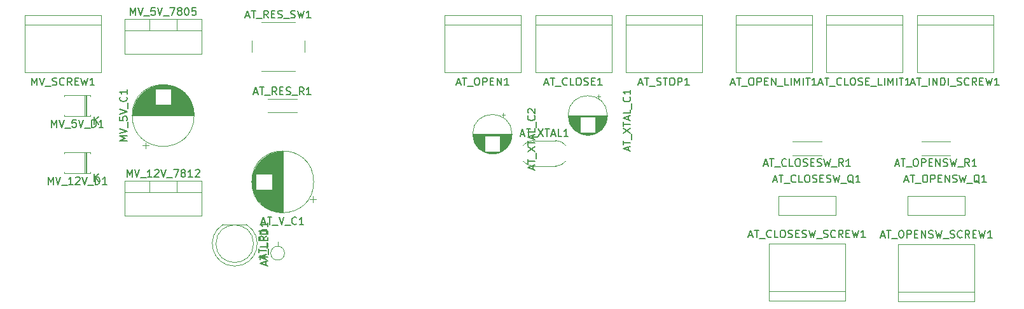
<source format=gbr>
%TF.GenerationSoftware,KiCad,Pcbnew,5.99.0+really5.1.10+dfsg1-1*%
%TF.CreationDate,2022-04-08T20:52:09+02:00*%
%TF.ProjectId,board,626f6172-642e-46b6-9963-61645f706362,rev?*%
%TF.SameCoordinates,Original*%
%TF.FileFunction,Legend,Top*%
%TF.FilePolarity,Positive*%
%FSLAX46Y46*%
G04 Gerber Fmt 4.6, Leading zero omitted, Abs format (unit mm)*
G04 Created by KiCad (PCBNEW 5.99.0+really5.1.10+dfsg1-1) date 2022-04-08 20:52:09*
%MOMM*%
%LPD*%
G01*
G04 APERTURE LIST*
%ADD10C,0.120000*%
%ADD11C,0.150000*%
G04 APERTURE END LIST*
D10*
%TO.C,AT_OPENSW_Q1*%
X158750000Y-67945000D02*
X158750000Y-65405000D01*
X158750000Y-65405000D02*
X166370000Y-65405000D01*
X166370000Y-65405000D02*
X166370000Y-67945000D01*
X166370000Y-67945000D02*
X158750000Y-67945000D01*
%TO.C,AT_CLOSESW_Q1*%
X141605000Y-67945000D02*
X141605000Y-65405000D01*
X141605000Y-65405000D02*
X149225000Y-65405000D01*
X149225000Y-65405000D02*
X149225000Y-67945000D01*
X149225000Y-67945000D02*
X141605000Y-67945000D01*
%TO.C,AT_XTAL_C2*%
X105230000Y-54575225D02*
X104730000Y-54575225D01*
X104980000Y-54325225D02*
X104980000Y-54825225D01*
X103789000Y-59731000D02*
X103221000Y-59731000D01*
X104023000Y-59691000D02*
X102987000Y-59691000D01*
X104182000Y-59651000D02*
X102828000Y-59651000D01*
X104310000Y-59611000D02*
X102700000Y-59611000D01*
X104420000Y-59571000D02*
X102590000Y-59571000D01*
X104516000Y-59531000D02*
X102494000Y-59531000D01*
X104603000Y-59491000D02*
X102407000Y-59491000D01*
X104683000Y-59451000D02*
X102327000Y-59451000D01*
X102465000Y-59411000D02*
X102254000Y-59411000D01*
X104756000Y-59411000D02*
X104545000Y-59411000D01*
X102465000Y-59371000D02*
X102186000Y-59371000D01*
X104824000Y-59371000D02*
X104545000Y-59371000D01*
X102465000Y-59331000D02*
X102122000Y-59331000D01*
X104888000Y-59331000D02*
X104545000Y-59331000D01*
X102465000Y-59291000D02*
X102062000Y-59291000D01*
X104948000Y-59291000D02*
X104545000Y-59291000D01*
X102465000Y-59251000D02*
X102005000Y-59251000D01*
X105005000Y-59251000D02*
X104545000Y-59251000D01*
X102465000Y-59211000D02*
X101951000Y-59211000D01*
X105059000Y-59211000D02*
X104545000Y-59211000D01*
X102465000Y-59171000D02*
X101900000Y-59171000D01*
X105110000Y-59171000D02*
X104545000Y-59171000D01*
X102465000Y-59131000D02*
X101852000Y-59131000D01*
X105158000Y-59131000D02*
X104545000Y-59131000D01*
X102465000Y-59091000D02*
X101806000Y-59091000D01*
X105204000Y-59091000D02*
X104545000Y-59091000D01*
X102465000Y-59051000D02*
X101762000Y-59051000D01*
X105248000Y-59051000D02*
X104545000Y-59051000D01*
X102465000Y-59011000D02*
X101720000Y-59011000D01*
X105290000Y-59011000D02*
X104545000Y-59011000D01*
X102465000Y-58971000D02*
X101679000Y-58971000D01*
X105331000Y-58971000D02*
X104545000Y-58971000D01*
X102465000Y-58931000D02*
X101641000Y-58931000D01*
X105369000Y-58931000D02*
X104545000Y-58931000D01*
X102465000Y-58891000D02*
X101604000Y-58891000D01*
X105406000Y-58891000D02*
X104545000Y-58891000D01*
X102465000Y-58851000D02*
X101568000Y-58851000D01*
X105442000Y-58851000D02*
X104545000Y-58851000D01*
X102465000Y-58811000D02*
X101534000Y-58811000D01*
X105476000Y-58811000D02*
X104545000Y-58811000D01*
X102465000Y-58771000D02*
X101501000Y-58771000D01*
X105509000Y-58771000D02*
X104545000Y-58771000D01*
X102465000Y-58731000D02*
X101470000Y-58731000D01*
X105540000Y-58731000D02*
X104545000Y-58731000D01*
X102465000Y-58691000D02*
X101440000Y-58691000D01*
X105570000Y-58691000D02*
X104545000Y-58691000D01*
X102465000Y-58651000D02*
X101410000Y-58651000D01*
X105600000Y-58651000D02*
X104545000Y-58651000D01*
X102465000Y-58611000D02*
X101383000Y-58611000D01*
X105627000Y-58611000D02*
X104545000Y-58611000D01*
X102465000Y-58571000D02*
X101356000Y-58571000D01*
X105654000Y-58571000D02*
X104545000Y-58571000D01*
X102465000Y-58531000D02*
X101330000Y-58531000D01*
X105680000Y-58531000D02*
X104545000Y-58531000D01*
X102465000Y-58491000D02*
X101305000Y-58491000D01*
X105705000Y-58491000D02*
X104545000Y-58491000D01*
X102465000Y-58451000D02*
X101281000Y-58451000D01*
X105729000Y-58451000D02*
X104545000Y-58451000D01*
X102465000Y-58411000D02*
X101258000Y-58411000D01*
X105752000Y-58411000D02*
X104545000Y-58411000D01*
X102465000Y-58371000D02*
X101237000Y-58371000D01*
X105773000Y-58371000D02*
X104545000Y-58371000D01*
X102465000Y-58331000D02*
X101215000Y-58331000D01*
X105795000Y-58331000D02*
X104545000Y-58331000D01*
X102465000Y-58291000D02*
X101195000Y-58291000D01*
X105815000Y-58291000D02*
X104545000Y-58291000D01*
X102465000Y-58251000D02*
X101176000Y-58251000D01*
X105834000Y-58251000D02*
X104545000Y-58251000D01*
X102465000Y-58211000D02*
X101157000Y-58211000D01*
X105853000Y-58211000D02*
X104545000Y-58211000D01*
X102465000Y-58171000D02*
X101140000Y-58171000D01*
X105870000Y-58171000D02*
X104545000Y-58171000D01*
X102465000Y-58131000D02*
X101123000Y-58131000D01*
X105887000Y-58131000D02*
X104545000Y-58131000D01*
X102465000Y-58091000D02*
X101107000Y-58091000D01*
X105903000Y-58091000D02*
X104545000Y-58091000D01*
X102465000Y-58051000D02*
X101091000Y-58051000D01*
X105919000Y-58051000D02*
X104545000Y-58051000D01*
X102465000Y-58011000D02*
X101077000Y-58011000D01*
X105933000Y-58011000D02*
X104545000Y-58011000D01*
X102465000Y-57971000D02*
X101063000Y-57971000D01*
X105947000Y-57971000D02*
X104545000Y-57971000D01*
X102465000Y-57931000D02*
X101050000Y-57931000D01*
X105960000Y-57931000D02*
X104545000Y-57931000D01*
X102465000Y-57891000D02*
X101037000Y-57891000D01*
X105973000Y-57891000D02*
X104545000Y-57891000D01*
X102465000Y-57851000D02*
X101025000Y-57851000D01*
X105985000Y-57851000D02*
X104545000Y-57851000D01*
X102465000Y-57810000D02*
X101014000Y-57810000D01*
X105996000Y-57810000D02*
X104545000Y-57810000D01*
X102465000Y-57770000D02*
X101004000Y-57770000D01*
X106006000Y-57770000D02*
X104545000Y-57770000D01*
X102465000Y-57730000D02*
X100994000Y-57730000D01*
X106016000Y-57730000D02*
X104545000Y-57730000D01*
X102465000Y-57690000D02*
X100985000Y-57690000D01*
X106025000Y-57690000D02*
X104545000Y-57690000D01*
X102465000Y-57650000D02*
X100977000Y-57650000D01*
X106033000Y-57650000D02*
X104545000Y-57650000D01*
X102465000Y-57610000D02*
X100969000Y-57610000D01*
X106041000Y-57610000D02*
X104545000Y-57610000D01*
X102465000Y-57570000D02*
X100962000Y-57570000D01*
X106048000Y-57570000D02*
X104545000Y-57570000D01*
X102465000Y-57530000D02*
X100955000Y-57530000D01*
X106055000Y-57530000D02*
X104545000Y-57530000D01*
X102465000Y-57490000D02*
X100949000Y-57490000D01*
X106061000Y-57490000D02*
X104545000Y-57490000D01*
X102465000Y-57450000D02*
X100944000Y-57450000D01*
X106066000Y-57450000D02*
X104545000Y-57450000D01*
X102465000Y-57410000D02*
X100940000Y-57410000D01*
X106070000Y-57410000D02*
X104545000Y-57410000D01*
X102465000Y-57370000D02*
X100936000Y-57370000D01*
X106074000Y-57370000D02*
X104545000Y-57370000D01*
X106078000Y-57330000D02*
X100932000Y-57330000D01*
X106081000Y-57290000D02*
X100929000Y-57290000D01*
X106083000Y-57250000D02*
X100927000Y-57250000D01*
X106084000Y-57210000D02*
X100926000Y-57210000D01*
X106085000Y-57170000D02*
X100925000Y-57170000D01*
X106085000Y-57130000D02*
X100925000Y-57130000D01*
X106125000Y-57130000D02*
G75*
G03*
X106125000Y-57130000I-2620000J0D01*
G01*
%TO.C,AT_XTAL_C1*%
X117930000Y-52075225D02*
X117430000Y-52075225D01*
X117680000Y-51825225D02*
X117680000Y-52325225D01*
X116489000Y-57231000D02*
X115921000Y-57231000D01*
X116723000Y-57191000D02*
X115687000Y-57191000D01*
X116882000Y-57151000D02*
X115528000Y-57151000D01*
X117010000Y-57111000D02*
X115400000Y-57111000D01*
X117120000Y-57071000D02*
X115290000Y-57071000D01*
X117216000Y-57031000D02*
X115194000Y-57031000D01*
X117303000Y-56991000D02*
X115107000Y-56991000D01*
X117383000Y-56951000D02*
X115027000Y-56951000D01*
X115165000Y-56911000D02*
X114954000Y-56911000D01*
X117456000Y-56911000D02*
X117245000Y-56911000D01*
X115165000Y-56871000D02*
X114886000Y-56871000D01*
X117524000Y-56871000D02*
X117245000Y-56871000D01*
X115165000Y-56831000D02*
X114822000Y-56831000D01*
X117588000Y-56831000D02*
X117245000Y-56831000D01*
X115165000Y-56791000D02*
X114762000Y-56791000D01*
X117648000Y-56791000D02*
X117245000Y-56791000D01*
X115165000Y-56751000D02*
X114705000Y-56751000D01*
X117705000Y-56751000D02*
X117245000Y-56751000D01*
X115165000Y-56711000D02*
X114651000Y-56711000D01*
X117759000Y-56711000D02*
X117245000Y-56711000D01*
X115165000Y-56671000D02*
X114600000Y-56671000D01*
X117810000Y-56671000D02*
X117245000Y-56671000D01*
X115165000Y-56631000D02*
X114552000Y-56631000D01*
X117858000Y-56631000D02*
X117245000Y-56631000D01*
X115165000Y-56591000D02*
X114506000Y-56591000D01*
X117904000Y-56591000D02*
X117245000Y-56591000D01*
X115165000Y-56551000D02*
X114462000Y-56551000D01*
X117948000Y-56551000D02*
X117245000Y-56551000D01*
X115165000Y-56511000D02*
X114420000Y-56511000D01*
X117990000Y-56511000D02*
X117245000Y-56511000D01*
X115165000Y-56471000D02*
X114379000Y-56471000D01*
X118031000Y-56471000D02*
X117245000Y-56471000D01*
X115165000Y-56431000D02*
X114341000Y-56431000D01*
X118069000Y-56431000D02*
X117245000Y-56431000D01*
X115165000Y-56391000D02*
X114304000Y-56391000D01*
X118106000Y-56391000D02*
X117245000Y-56391000D01*
X115165000Y-56351000D02*
X114268000Y-56351000D01*
X118142000Y-56351000D02*
X117245000Y-56351000D01*
X115165000Y-56311000D02*
X114234000Y-56311000D01*
X118176000Y-56311000D02*
X117245000Y-56311000D01*
X115165000Y-56271000D02*
X114201000Y-56271000D01*
X118209000Y-56271000D02*
X117245000Y-56271000D01*
X115165000Y-56231000D02*
X114170000Y-56231000D01*
X118240000Y-56231000D02*
X117245000Y-56231000D01*
X115165000Y-56191000D02*
X114140000Y-56191000D01*
X118270000Y-56191000D02*
X117245000Y-56191000D01*
X115165000Y-56151000D02*
X114110000Y-56151000D01*
X118300000Y-56151000D02*
X117245000Y-56151000D01*
X115165000Y-56111000D02*
X114083000Y-56111000D01*
X118327000Y-56111000D02*
X117245000Y-56111000D01*
X115165000Y-56071000D02*
X114056000Y-56071000D01*
X118354000Y-56071000D02*
X117245000Y-56071000D01*
X115165000Y-56031000D02*
X114030000Y-56031000D01*
X118380000Y-56031000D02*
X117245000Y-56031000D01*
X115165000Y-55991000D02*
X114005000Y-55991000D01*
X118405000Y-55991000D02*
X117245000Y-55991000D01*
X115165000Y-55951000D02*
X113981000Y-55951000D01*
X118429000Y-55951000D02*
X117245000Y-55951000D01*
X115165000Y-55911000D02*
X113958000Y-55911000D01*
X118452000Y-55911000D02*
X117245000Y-55911000D01*
X115165000Y-55871000D02*
X113937000Y-55871000D01*
X118473000Y-55871000D02*
X117245000Y-55871000D01*
X115165000Y-55831000D02*
X113915000Y-55831000D01*
X118495000Y-55831000D02*
X117245000Y-55831000D01*
X115165000Y-55791000D02*
X113895000Y-55791000D01*
X118515000Y-55791000D02*
X117245000Y-55791000D01*
X115165000Y-55751000D02*
X113876000Y-55751000D01*
X118534000Y-55751000D02*
X117245000Y-55751000D01*
X115165000Y-55711000D02*
X113857000Y-55711000D01*
X118553000Y-55711000D02*
X117245000Y-55711000D01*
X115165000Y-55671000D02*
X113840000Y-55671000D01*
X118570000Y-55671000D02*
X117245000Y-55671000D01*
X115165000Y-55631000D02*
X113823000Y-55631000D01*
X118587000Y-55631000D02*
X117245000Y-55631000D01*
X115165000Y-55591000D02*
X113807000Y-55591000D01*
X118603000Y-55591000D02*
X117245000Y-55591000D01*
X115165000Y-55551000D02*
X113791000Y-55551000D01*
X118619000Y-55551000D02*
X117245000Y-55551000D01*
X115165000Y-55511000D02*
X113777000Y-55511000D01*
X118633000Y-55511000D02*
X117245000Y-55511000D01*
X115165000Y-55471000D02*
X113763000Y-55471000D01*
X118647000Y-55471000D02*
X117245000Y-55471000D01*
X115165000Y-55431000D02*
X113750000Y-55431000D01*
X118660000Y-55431000D02*
X117245000Y-55431000D01*
X115165000Y-55391000D02*
X113737000Y-55391000D01*
X118673000Y-55391000D02*
X117245000Y-55391000D01*
X115165000Y-55351000D02*
X113725000Y-55351000D01*
X118685000Y-55351000D02*
X117245000Y-55351000D01*
X115165000Y-55310000D02*
X113714000Y-55310000D01*
X118696000Y-55310000D02*
X117245000Y-55310000D01*
X115165000Y-55270000D02*
X113704000Y-55270000D01*
X118706000Y-55270000D02*
X117245000Y-55270000D01*
X115165000Y-55230000D02*
X113694000Y-55230000D01*
X118716000Y-55230000D02*
X117245000Y-55230000D01*
X115165000Y-55190000D02*
X113685000Y-55190000D01*
X118725000Y-55190000D02*
X117245000Y-55190000D01*
X115165000Y-55150000D02*
X113677000Y-55150000D01*
X118733000Y-55150000D02*
X117245000Y-55150000D01*
X115165000Y-55110000D02*
X113669000Y-55110000D01*
X118741000Y-55110000D02*
X117245000Y-55110000D01*
X115165000Y-55070000D02*
X113662000Y-55070000D01*
X118748000Y-55070000D02*
X117245000Y-55070000D01*
X115165000Y-55030000D02*
X113655000Y-55030000D01*
X118755000Y-55030000D02*
X117245000Y-55030000D01*
X115165000Y-54990000D02*
X113649000Y-54990000D01*
X118761000Y-54990000D02*
X117245000Y-54990000D01*
X115165000Y-54950000D02*
X113644000Y-54950000D01*
X118766000Y-54950000D02*
X117245000Y-54950000D01*
X115165000Y-54910000D02*
X113640000Y-54910000D01*
X118770000Y-54910000D02*
X117245000Y-54910000D01*
X115165000Y-54870000D02*
X113636000Y-54870000D01*
X118774000Y-54870000D02*
X117245000Y-54870000D01*
X118778000Y-54830000D02*
X113632000Y-54830000D01*
X118781000Y-54790000D02*
X113629000Y-54790000D01*
X118783000Y-54750000D02*
X113627000Y-54750000D01*
X118784000Y-54710000D02*
X113626000Y-54710000D01*
X118785000Y-54670000D02*
X113625000Y-54670000D01*
X118785000Y-54630000D02*
X113625000Y-54630000D01*
X118825000Y-54630000D02*
G75*
G03*
X118825000Y-54630000I-2620000J0D01*
G01*
%TO.C,AT_OPEN_LIMIT1*%
X146050000Y-41275000D02*
X135890000Y-41275000D01*
X146050000Y-48895000D02*
X146050000Y-41275000D01*
X135890000Y-48895000D02*
X146050000Y-48895000D01*
X135890000Y-41275000D02*
X135890000Y-48895000D01*
X135890000Y-42545000D02*
X146050000Y-42545000D01*
%TO.C,AT_OPEN1*%
X107315000Y-41275000D02*
X97155000Y-41275000D01*
X107315000Y-48895000D02*
X107315000Y-41275000D01*
X97155000Y-48895000D02*
X107315000Y-48895000D01*
X97155000Y-41275000D02*
X97155000Y-48895000D01*
X97155000Y-42545000D02*
X107315000Y-42545000D01*
%TO.C,MV_SCREW1*%
X51435000Y-41275000D02*
X41275000Y-41275000D01*
X51435000Y-48895000D02*
X51435000Y-41275000D01*
X41275000Y-48895000D02*
X51435000Y-48895000D01*
X41275000Y-41275000D02*
X41275000Y-48895000D01*
X41275000Y-42545000D02*
X51435000Y-42545000D01*
%TO.C,MV_5V_D1*%
X49500000Y-54760000D02*
X49500000Y-51920000D01*
X49260000Y-54760000D02*
X49260000Y-51920000D01*
X49380000Y-54760000D02*
X49380000Y-51920000D01*
X46540000Y-51920000D02*
X46540000Y-52100000D01*
X49980000Y-51920000D02*
X46540000Y-51920000D01*
X49980000Y-52100000D02*
X49980000Y-51920000D01*
X46540000Y-54760000D02*
X46540000Y-54580000D01*
X49980000Y-54760000D02*
X46540000Y-54760000D01*
X49980000Y-54580000D02*
X49980000Y-54760000D01*
%TO.C,MV_5V_C1*%
X56975000Y-58659698D02*
X57775000Y-58659698D01*
X57375000Y-59059698D02*
X57375000Y-58259698D01*
X59157000Y-50569000D02*
X60223000Y-50569000D01*
X58922000Y-50609000D02*
X60458000Y-50609000D01*
X58742000Y-50649000D02*
X60638000Y-50649000D01*
X58592000Y-50689000D02*
X60788000Y-50689000D01*
X58461000Y-50729000D02*
X60919000Y-50729000D01*
X58344000Y-50769000D02*
X61036000Y-50769000D01*
X58237000Y-50809000D02*
X61143000Y-50809000D01*
X58138000Y-50849000D02*
X61242000Y-50849000D01*
X58045000Y-50889000D02*
X61335000Y-50889000D01*
X57959000Y-50929000D02*
X61421000Y-50929000D01*
X57877000Y-50969000D02*
X61503000Y-50969000D01*
X57800000Y-51009000D02*
X61580000Y-51009000D01*
X57726000Y-51049000D02*
X61654000Y-51049000D01*
X57656000Y-51089000D02*
X61724000Y-51089000D01*
X60730000Y-51129000D02*
X61792000Y-51129000D01*
X57588000Y-51129000D02*
X58650000Y-51129000D01*
X60730000Y-51169000D02*
X61856000Y-51169000D01*
X57524000Y-51169000D02*
X58650000Y-51169000D01*
X60730000Y-51209000D02*
X61918000Y-51209000D01*
X57462000Y-51209000D02*
X58650000Y-51209000D01*
X60730000Y-51249000D02*
X61977000Y-51249000D01*
X57403000Y-51249000D02*
X58650000Y-51249000D01*
X60730000Y-51289000D02*
X62035000Y-51289000D01*
X57345000Y-51289000D02*
X58650000Y-51289000D01*
X60730000Y-51329000D02*
X62090000Y-51329000D01*
X57290000Y-51329000D02*
X58650000Y-51329000D01*
X60730000Y-51369000D02*
X62144000Y-51369000D01*
X57236000Y-51369000D02*
X58650000Y-51369000D01*
X60730000Y-51409000D02*
X62195000Y-51409000D01*
X57185000Y-51409000D02*
X58650000Y-51409000D01*
X60730000Y-51449000D02*
X62246000Y-51449000D01*
X57134000Y-51449000D02*
X58650000Y-51449000D01*
X60730000Y-51489000D02*
X62294000Y-51489000D01*
X57086000Y-51489000D02*
X58650000Y-51489000D01*
X60730000Y-51529000D02*
X62341000Y-51529000D01*
X57039000Y-51529000D02*
X58650000Y-51529000D01*
X60730000Y-51569000D02*
X62387000Y-51569000D01*
X56993000Y-51569000D02*
X58650000Y-51569000D01*
X60730000Y-51609000D02*
X62431000Y-51609000D01*
X56949000Y-51609000D02*
X58650000Y-51609000D01*
X60730000Y-51649000D02*
X62474000Y-51649000D01*
X56906000Y-51649000D02*
X58650000Y-51649000D01*
X60730000Y-51689000D02*
X62516000Y-51689000D01*
X56864000Y-51689000D02*
X58650000Y-51689000D01*
X60730000Y-51729000D02*
X62557000Y-51729000D01*
X56823000Y-51729000D02*
X58650000Y-51729000D01*
X60730000Y-51769000D02*
X62597000Y-51769000D01*
X56783000Y-51769000D02*
X58650000Y-51769000D01*
X60730000Y-51809000D02*
X62635000Y-51809000D01*
X56745000Y-51809000D02*
X58650000Y-51809000D01*
X60730000Y-51849000D02*
X62673000Y-51849000D01*
X56707000Y-51849000D02*
X58650000Y-51849000D01*
X60730000Y-51889000D02*
X62709000Y-51889000D01*
X56671000Y-51889000D02*
X58650000Y-51889000D01*
X60730000Y-51929000D02*
X62745000Y-51929000D01*
X56635000Y-51929000D02*
X58650000Y-51929000D01*
X60730000Y-51969000D02*
X62780000Y-51969000D01*
X56600000Y-51969000D02*
X58650000Y-51969000D01*
X60730000Y-52009000D02*
X62814000Y-52009000D01*
X56566000Y-52009000D02*
X58650000Y-52009000D01*
X60730000Y-52049000D02*
X62846000Y-52049000D01*
X56534000Y-52049000D02*
X58650000Y-52049000D01*
X60730000Y-52089000D02*
X62879000Y-52089000D01*
X56501000Y-52089000D02*
X58650000Y-52089000D01*
X60730000Y-52129000D02*
X62910000Y-52129000D01*
X56470000Y-52129000D02*
X58650000Y-52129000D01*
X60730000Y-52169000D02*
X62940000Y-52169000D01*
X56440000Y-52169000D02*
X58650000Y-52169000D01*
X60730000Y-52209000D02*
X62970000Y-52209000D01*
X56410000Y-52209000D02*
X58650000Y-52209000D01*
X60730000Y-52249000D02*
X62999000Y-52249000D01*
X56381000Y-52249000D02*
X58650000Y-52249000D01*
X60730000Y-52289000D02*
X63028000Y-52289000D01*
X56352000Y-52289000D02*
X58650000Y-52289000D01*
X60730000Y-52329000D02*
X63055000Y-52329000D01*
X56325000Y-52329000D02*
X58650000Y-52329000D01*
X60730000Y-52369000D02*
X63082000Y-52369000D01*
X56298000Y-52369000D02*
X58650000Y-52369000D01*
X60730000Y-52409000D02*
X63108000Y-52409000D01*
X56272000Y-52409000D02*
X58650000Y-52409000D01*
X60730000Y-52449000D02*
X63134000Y-52449000D01*
X56246000Y-52449000D02*
X58650000Y-52449000D01*
X60730000Y-52489000D02*
X63159000Y-52489000D01*
X56221000Y-52489000D02*
X58650000Y-52489000D01*
X60730000Y-52529000D02*
X63183000Y-52529000D01*
X56197000Y-52529000D02*
X58650000Y-52529000D01*
X60730000Y-52569000D02*
X63207000Y-52569000D01*
X56173000Y-52569000D02*
X58650000Y-52569000D01*
X60730000Y-52609000D02*
X63230000Y-52609000D01*
X56150000Y-52609000D02*
X58650000Y-52609000D01*
X60730000Y-52649000D02*
X63252000Y-52649000D01*
X56128000Y-52649000D02*
X58650000Y-52649000D01*
X60730000Y-52689000D02*
X63274000Y-52689000D01*
X56106000Y-52689000D02*
X58650000Y-52689000D01*
X60730000Y-52729000D02*
X63296000Y-52729000D01*
X56084000Y-52729000D02*
X58650000Y-52729000D01*
X60730000Y-52769000D02*
X63317000Y-52769000D01*
X56063000Y-52769000D02*
X58650000Y-52769000D01*
X60730000Y-52809000D02*
X63337000Y-52809000D01*
X56043000Y-52809000D02*
X58650000Y-52809000D01*
X60730000Y-52849000D02*
X63356000Y-52849000D01*
X56024000Y-52849000D02*
X58650000Y-52849000D01*
X60730000Y-52889000D02*
X63376000Y-52889000D01*
X56004000Y-52889000D02*
X58650000Y-52889000D01*
X60730000Y-52929000D02*
X63394000Y-52929000D01*
X55986000Y-52929000D02*
X58650000Y-52929000D01*
X60730000Y-52969000D02*
X63412000Y-52969000D01*
X55968000Y-52969000D02*
X58650000Y-52969000D01*
X60730000Y-53009000D02*
X63430000Y-53009000D01*
X55950000Y-53009000D02*
X58650000Y-53009000D01*
X60730000Y-53049000D02*
X63447000Y-53049000D01*
X55933000Y-53049000D02*
X58650000Y-53049000D01*
X60730000Y-53089000D02*
X63464000Y-53089000D01*
X55916000Y-53089000D02*
X58650000Y-53089000D01*
X60730000Y-53129000D02*
X63480000Y-53129000D01*
X55900000Y-53129000D02*
X58650000Y-53129000D01*
X60730000Y-53169000D02*
X63495000Y-53169000D01*
X55885000Y-53169000D02*
X58650000Y-53169000D01*
X55869000Y-53209000D02*
X63511000Y-53209000D01*
X55855000Y-53249000D02*
X63525000Y-53249000D01*
X55840000Y-53289000D02*
X63540000Y-53289000D01*
X55827000Y-53329000D02*
X63553000Y-53329000D01*
X55813000Y-53369000D02*
X63567000Y-53369000D01*
X55801000Y-53409000D02*
X63579000Y-53409000D01*
X55788000Y-53449000D02*
X63592000Y-53449000D01*
X55776000Y-53489000D02*
X63604000Y-53489000D01*
X55765000Y-53529000D02*
X63615000Y-53529000D01*
X55754000Y-53569000D02*
X63626000Y-53569000D01*
X55743000Y-53609000D02*
X63637000Y-53609000D01*
X55733000Y-53649000D02*
X63647000Y-53649000D01*
X55723000Y-53689000D02*
X63657000Y-53689000D01*
X55714000Y-53729000D02*
X63666000Y-53729000D01*
X55705000Y-53769000D02*
X63675000Y-53769000D01*
X55696000Y-53809000D02*
X63684000Y-53809000D01*
X55688000Y-53849000D02*
X63692000Y-53849000D01*
X55680000Y-53889000D02*
X63700000Y-53889000D01*
X55673000Y-53929000D02*
X63707000Y-53929000D01*
X55666000Y-53970000D02*
X63714000Y-53970000D01*
X55660000Y-54010000D02*
X63720000Y-54010000D01*
X55653000Y-54050000D02*
X63727000Y-54050000D01*
X55648000Y-54090000D02*
X63732000Y-54090000D01*
X55642000Y-54130000D02*
X63738000Y-54130000D01*
X55638000Y-54170000D02*
X63742000Y-54170000D01*
X55633000Y-54210000D02*
X63747000Y-54210000D01*
X55629000Y-54250000D02*
X63751000Y-54250000D01*
X55625000Y-54290000D02*
X63755000Y-54290000D01*
X55622000Y-54330000D02*
X63758000Y-54330000D01*
X55619000Y-54370000D02*
X63761000Y-54370000D01*
X55616000Y-54410000D02*
X63764000Y-54410000D01*
X55614000Y-54450000D02*
X63766000Y-54450000D01*
X55613000Y-54490000D02*
X63767000Y-54490000D01*
X55611000Y-54530000D02*
X63769000Y-54530000D01*
X55610000Y-54570000D02*
X63770000Y-54570000D01*
X55610000Y-54610000D02*
X63770000Y-54610000D01*
X55610000Y-54650000D02*
X63770000Y-54650000D01*
X63810000Y-54650000D02*
G75*
G03*
X63810000Y-54650000I-4120000J0D01*
G01*
%TO.C,MV_5V_7805*%
X61541000Y-41815000D02*
X61541000Y-43325000D01*
X57840000Y-41815000D02*
X57840000Y-43325000D01*
X54570000Y-43325000D02*
X64810000Y-43325000D01*
X64810000Y-41815000D02*
X64810000Y-46456000D01*
X54570000Y-41815000D02*
X54570000Y-46456000D01*
X54570000Y-46456000D02*
X64810000Y-46456000D01*
X54570000Y-41815000D02*
X64810000Y-41815000D01*
%TO.C,MV_12V_D1*%
X49500000Y-62380000D02*
X49500000Y-59540000D01*
X49260000Y-62380000D02*
X49260000Y-59540000D01*
X49380000Y-62380000D02*
X49380000Y-59540000D01*
X46540000Y-59540000D02*
X46540000Y-59720000D01*
X49980000Y-59540000D02*
X46540000Y-59540000D01*
X49980000Y-59720000D02*
X49980000Y-59540000D01*
X46540000Y-62380000D02*
X46540000Y-62200000D01*
X49980000Y-62380000D02*
X46540000Y-62380000D01*
X49980000Y-62200000D02*
X49980000Y-62380000D01*
%TO.C,MV_12V_7812*%
X61541000Y-63405000D02*
X61541000Y-64915000D01*
X57840000Y-63405000D02*
X57840000Y-64915000D01*
X54570000Y-64915000D02*
X64810000Y-64915000D01*
X64810000Y-63405000D02*
X64810000Y-68046000D01*
X54570000Y-63405000D02*
X54570000Y-68046000D01*
X54570000Y-68046000D02*
X64810000Y-68046000D01*
X54570000Y-63405000D02*
X64810000Y-63405000D01*
%TO.C,AT_XTAL1*%
X108950000Y-61390000D02*
X111950000Y-61390000D01*
X108950000Y-57990000D02*
X111950000Y-57990000D01*
X113287790Y-60738961D02*
G75*
G02*
X111950000Y-61390000I-1337790J1048961D01*
G01*
X107612210Y-60738961D02*
G75*
G03*
X108950000Y-61390000I1337790J1048961D01*
G01*
X113287790Y-58641039D02*
G75*
G03*
X111950000Y-57990000I-1337790J-1048961D01*
G01*
X107612210Y-58641039D02*
G75*
G02*
X108950000Y-57990000I1337790J-1048961D01*
G01*
%TO.C,AT_V_C1*%
X79614698Y-66215000D02*
X79614698Y-65415000D01*
X80014698Y-65815000D02*
X79214698Y-65815000D01*
X71524000Y-64033000D02*
X71524000Y-62967000D01*
X71564000Y-64268000D02*
X71564000Y-62732000D01*
X71604000Y-64448000D02*
X71604000Y-62552000D01*
X71644000Y-64598000D02*
X71644000Y-62402000D01*
X71684000Y-64729000D02*
X71684000Y-62271000D01*
X71724000Y-64846000D02*
X71724000Y-62154000D01*
X71764000Y-64953000D02*
X71764000Y-62047000D01*
X71804000Y-65052000D02*
X71804000Y-61948000D01*
X71844000Y-65145000D02*
X71844000Y-61855000D01*
X71884000Y-65231000D02*
X71884000Y-61769000D01*
X71924000Y-65313000D02*
X71924000Y-61687000D01*
X71964000Y-65390000D02*
X71964000Y-61610000D01*
X72004000Y-65464000D02*
X72004000Y-61536000D01*
X72044000Y-65534000D02*
X72044000Y-61466000D01*
X72084000Y-62460000D02*
X72084000Y-61398000D01*
X72084000Y-65602000D02*
X72084000Y-64540000D01*
X72124000Y-62460000D02*
X72124000Y-61334000D01*
X72124000Y-65666000D02*
X72124000Y-64540000D01*
X72164000Y-62460000D02*
X72164000Y-61272000D01*
X72164000Y-65728000D02*
X72164000Y-64540000D01*
X72204000Y-62460000D02*
X72204000Y-61213000D01*
X72204000Y-65787000D02*
X72204000Y-64540000D01*
X72244000Y-62460000D02*
X72244000Y-61155000D01*
X72244000Y-65845000D02*
X72244000Y-64540000D01*
X72284000Y-62460000D02*
X72284000Y-61100000D01*
X72284000Y-65900000D02*
X72284000Y-64540000D01*
X72324000Y-62460000D02*
X72324000Y-61046000D01*
X72324000Y-65954000D02*
X72324000Y-64540000D01*
X72364000Y-62460000D02*
X72364000Y-60995000D01*
X72364000Y-66005000D02*
X72364000Y-64540000D01*
X72404000Y-62460000D02*
X72404000Y-60944000D01*
X72404000Y-66056000D02*
X72404000Y-64540000D01*
X72444000Y-62460000D02*
X72444000Y-60896000D01*
X72444000Y-66104000D02*
X72444000Y-64540000D01*
X72484000Y-62460000D02*
X72484000Y-60849000D01*
X72484000Y-66151000D02*
X72484000Y-64540000D01*
X72524000Y-62460000D02*
X72524000Y-60803000D01*
X72524000Y-66197000D02*
X72524000Y-64540000D01*
X72564000Y-62460000D02*
X72564000Y-60759000D01*
X72564000Y-66241000D02*
X72564000Y-64540000D01*
X72604000Y-62460000D02*
X72604000Y-60716000D01*
X72604000Y-66284000D02*
X72604000Y-64540000D01*
X72644000Y-62460000D02*
X72644000Y-60674000D01*
X72644000Y-66326000D02*
X72644000Y-64540000D01*
X72684000Y-62460000D02*
X72684000Y-60633000D01*
X72684000Y-66367000D02*
X72684000Y-64540000D01*
X72724000Y-62460000D02*
X72724000Y-60593000D01*
X72724000Y-66407000D02*
X72724000Y-64540000D01*
X72764000Y-62460000D02*
X72764000Y-60555000D01*
X72764000Y-66445000D02*
X72764000Y-64540000D01*
X72804000Y-62460000D02*
X72804000Y-60517000D01*
X72804000Y-66483000D02*
X72804000Y-64540000D01*
X72844000Y-62460000D02*
X72844000Y-60481000D01*
X72844000Y-66519000D02*
X72844000Y-64540000D01*
X72884000Y-62460000D02*
X72884000Y-60445000D01*
X72884000Y-66555000D02*
X72884000Y-64540000D01*
X72924000Y-62460000D02*
X72924000Y-60410000D01*
X72924000Y-66590000D02*
X72924000Y-64540000D01*
X72964000Y-62460000D02*
X72964000Y-60376000D01*
X72964000Y-66624000D02*
X72964000Y-64540000D01*
X73004000Y-62460000D02*
X73004000Y-60344000D01*
X73004000Y-66656000D02*
X73004000Y-64540000D01*
X73044000Y-62460000D02*
X73044000Y-60311000D01*
X73044000Y-66689000D02*
X73044000Y-64540000D01*
X73084000Y-62460000D02*
X73084000Y-60280000D01*
X73084000Y-66720000D02*
X73084000Y-64540000D01*
X73124000Y-62460000D02*
X73124000Y-60250000D01*
X73124000Y-66750000D02*
X73124000Y-64540000D01*
X73164000Y-62460000D02*
X73164000Y-60220000D01*
X73164000Y-66780000D02*
X73164000Y-64540000D01*
X73204000Y-62460000D02*
X73204000Y-60191000D01*
X73204000Y-66809000D02*
X73204000Y-64540000D01*
X73244000Y-62460000D02*
X73244000Y-60162000D01*
X73244000Y-66838000D02*
X73244000Y-64540000D01*
X73284000Y-62460000D02*
X73284000Y-60135000D01*
X73284000Y-66865000D02*
X73284000Y-64540000D01*
X73324000Y-62460000D02*
X73324000Y-60108000D01*
X73324000Y-66892000D02*
X73324000Y-64540000D01*
X73364000Y-62460000D02*
X73364000Y-60082000D01*
X73364000Y-66918000D02*
X73364000Y-64540000D01*
X73404000Y-62460000D02*
X73404000Y-60056000D01*
X73404000Y-66944000D02*
X73404000Y-64540000D01*
X73444000Y-62460000D02*
X73444000Y-60031000D01*
X73444000Y-66969000D02*
X73444000Y-64540000D01*
X73484000Y-62460000D02*
X73484000Y-60007000D01*
X73484000Y-66993000D02*
X73484000Y-64540000D01*
X73524000Y-62460000D02*
X73524000Y-59983000D01*
X73524000Y-67017000D02*
X73524000Y-64540000D01*
X73564000Y-62460000D02*
X73564000Y-59960000D01*
X73564000Y-67040000D02*
X73564000Y-64540000D01*
X73604000Y-62460000D02*
X73604000Y-59938000D01*
X73604000Y-67062000D02*
X73604000Y-64540000D01*
X73644000Y-62460000D02*
X73644000Y-59916000D01*
X73644000Y-67084000D02*
X73644000Y-64540000D01*
X73684000Y-62460000D02*
X73684000Y-59894000D01*
X73684000Y-67106000D02*
X73684000Y-64540000D01*
X73724000Y-62460000D02*
X73724000Y-59873000D01*
X73724000Y-67127000D02*
X73724000Y-64540000D01*
X73764000Y-62460000D02*
X73764000Y-59853000D01*
X73764000Y-67147000D02*
X73764000Y-64540000D01*
X73804000Y-62460000D02*
X73804000Y-59834000D01*
X73804000Y-67166000D02*
X73804000Y-64540000D01*
X73844000Y-62460000D02*
X73844000Y-59814000D01*
X73844000Y-67186000D02*
X73844000Y-64540000D01*
X73884000Y-62460000D02*
X73884000Y-59796000D01*
X73884000Y-67204000D02*
X73884000Y-64540000D01*
X73924000Y-62460000D02*
X73924000Y-59778000D01*
X73924000Y-67222000D02*
X73924000Y-64540000D01*
X73964000Y-62460000D02*
X73964000Y-59760000D01*
X73964000Y-67240000D02*
X73964000Y-64540000D01*
X74004000Y-62460000D02*
X74004000Y-59743000D01*
X74004000Y-67257000D02*
X74004000Y-64540000D01*
X74044000Y-62460000D02*
X74044000Y-59726000D01*
X74044000Y-67274000D02*
X74044000Y-64540000D01*
X74084000Y-62460000D02*
X74084000Y-59710000D01*
X74084000Y-67290000D02*
X74084000Y-64540000D01*
X74124000Y-62460000D02*
X74124000Y-59695000D01*
X74124000Y-67305000D02*
X74124000Y-64540000D01*
X74164000Y-67321000D02*
X74164000Y-59679000D01*
X74204000Y-67335000D02*
X74204000Y-59665000D01*
X74244000Y-67350000D02*
X74244000Y-59650000D01*
X74284000Y-67363000D02*
X74284000Y-59637000D01*
X74324000Y-67377000D02*
X74324000Y-59623000D01*
X74364000Y-67389000D02*
X74364000Y-59611000D01*
X74404000Y-67402000D02*
X74404000Y-59598000D01*
X74444000Y-67414000D02*
X74444000Y-59586000D01*
X74484000Y-67425000D02*
X74484000Y-59575000D01*
X74524000Y-67436000D02*
X74524000Y-59564000D01*
X74564000Y-67447000D02*
X74564000Y-59553000D01*
X74604000Y-67457000D02*
X74604000Y-59543000D01*
X74644000Y-67467000D02*
X74644000Y-59533000D01*
X74684000Y-67476000D02*
X74684000Y-59524000D01*
X74724000Y-67485000D02*
X74724000Y-59515000D01*
X74764000Y-67494000D02*
X74764000Y-59506000D01*
X74804000Y-67502000D02*
X74804000Y-59498000D01*
X74844000Y-67510000D02*
X74844000Y-59490000D01*
X74884000Y-67517000D02*
X74884000Y-59483000D01*
X74925000Y-67524000D02*
X74925000Y-59476000D01*
X74965000Y-67530000D02*
X74965000Y-59470000D01*
X75005000Y-67537000D02*
X75005000Y-59463000D01*
X75045000Y-67542000D02*
X75045000Y-59458000D01*
X75085000Y-67548000D02*
X75085000Y-59452000D01*
X75125000Y-67552000D02*
X75125000Y-59448000D01*
X75165000Y-67557000D02*
X75165000Y-59443000D01*
X75205000Y-67561000D02*
X75205000Y-59439000D01*
X75245000Y-67565000D02*
X75245000Y-59435000D01*
X75285000Y-67568000D02*
X75285000Y-59432000D01*
X75325000Y-67571000D02*
X75325000Y-59429000D01*
X75365000Y-67574000D02*
X75365000Y-59426000D01*
X75405000Y-67576000D02*
X75405000Y-59424000D01*
X75445000Y-67577000D02*
X75445000Y-59423000D01*
X75485000Y-67579000D02*
X75485000Y-59421000D01*
X75525000Y-67580000D02*
X75525000Y-59420000D01*
X75565000Y-67580000D02*
X75565000Y-59420000D01*
X75605000Y-67580000D02*
X75605000Y-59420000D01*
X79725000Y-63500000D02*
G75*
G03*
X79725000Y-63500000I-4120000J0D01*
G01*
%TO.C,AT_STOP1*%
X131445000Y-41275000D02*
X121285000Y-41275000D01*
X131445000Y-48895000D02*
X131445000Y-41275000D01*
X121285000Y-48895000D02*
X131445000Y-48895000D01*
X121285000Y-41275000D02*
X121285000Y-48895000D01*
X121285000Y-42545000D02*
X131445000Y-42545000D01*
%TO.C,AT_RES_SW1*%
X78505000Y-46180000D02*
X78505000Y-44680000D01*
X77255000Y-42180000D02*
X72755000Y-42180000D01*
X71505000Y-44680000D02*
X71505000Y-46180000D01*
X72755000Y-48680000D02*
X77255000Y-48680000D01*
%TO.C,AT_RES_R1*%
X73645000Y-54260000D02*
X77485000Y-54260000D01*
X73645000Y-52420000D02*
X77485000Y-52420000D01*
%TO.C,AT_R1*%
X74930000Y-72105000D02*
X74930000Y-71485000D01*
X75850000Y-73025000D02*
G75*
G03*
X75850000Y-73025000I-920000J0D01*
G01*
%TO.C,AT_OPENSW_SCREW1*%
X157555000Y-79425000D02*
X167715000Y-79425000D01*
X157555000Y-71805000D02*
X157555000Y-79425000D01*
X167715000Y-71805000D02*
X157555000Y-71805000D01*
X167715000Y-79425000D02*
X167715000Y-71805000D01*
X167715000Y-78155000D02*
X157555000Y-78155000D01*
%TO.C,AT_OPENSW_R1*%
X164480000Y-58135000D02*
X160640000Y-58135000D01*
X164480000Y-59975000D02*
X160640000Y-59975000D01*
%TO.C,AT_LED1*%
X70760000Y-69195000D02*
X67670000Y-69195000D01*
X71715000Y-71755000D02*
G75*
G03*
X71715000Y-71755000I-2500000J0D01*
G01*
X69215462Y-74745000D02*
G75*
G02*
X67670170Y-69195000I-462J2990000D01*
G01*
X69214538Y-74745000D02*
G75*
G03*
X70759830Y-69195000I462J2990000D01*
G01*
%TO.C,AT_INDI_SCREW1*%
X170180000Y-41275000D02*
X160020000Y-41275000D01*
X170180000Y-48895000D02*
X170180000Y-41275000D01*
X160020000Y-48895000D02*
X170180000Y-48895000D01*
X160020000Y-41275000D02*
X160020000Y-48895000D01*
X160020000Y-42545000D02*
X170180000Y-42545000D01*
%TO.C,AT_CLOSESW_SCREW1*%
X140335000Y-79375000D02*
X150495000Y-79375000D01*
X140335000Y-71755000D02*
X140335000Y-79375000D01*
X150495000Y-71755000D02*
X140335000Y-71755000D01*
X150495000Y-79375000D02*
X150495000Y-71755000D01*
X150495000Y-78105000D02*
X140335000Y-78105000D01*
%TO.C,AT_CLOSESW_R1*%
X147335000Y-58135000D02*
X143495000Y-58135000D01*
X147335000Y-59975000D02*
X143495000Y-59975000D01*
%TO.C,AT_CLOSE_LIMIT1*%
X158115000Y-41275000D02*
X147955000Y-41275000D01*
X158115000Y-48895000D02*
X158115000Y-41275000D01*
X147955000Y-48895000D02*
X158115000Y-48895000D01*
X147955000Y-41275000D02*
X147955000Y-48895000D01*
X147955000Y-42545000D02*
X158115000Y-42545000D01*
%TO.C,AT_CLOSE1*%
X119380000Y-41275000D02*
X109220000Y-41275000D01*
X119380000Y-48895000D02*
X119380000Y-41275000D01*
X109220000Y-48895000D02*
X119380000Y-48895000D01*
X109220000Y-41275000D02*
X109220000Y-48895000D01*
X109220000Y-42545000D02*
X119380000Y-42545000D01*
%TO.C,AT_OPENSW_Q1*%
D11*
X158401428Y-63281666D02*
X158877619Y-63281666D01*
X158306190Y-63567380D02*
X158639523Y-62567380D01*
X158972857Y-63567380D01*
X159163333Y-62567380D02*
X159734761Y-62567380D01*
X159449047Y-63567380D02*
X159449047Y-62567380D01*
X159830000Y-63662619D02*
X160591904Y-63662619D01*
X161020476Y-62567380D02*
X161210952Y-62567380D01*
X161306190Y-62615000D01*
X161401428Y-62710238D01*
X161449047Y-62900714D01*
X161449047Y-63234047D01*
X161401428Y-63424523D01*
X161306190Y-63519761D01*
X161210952Y-63567380D01*
X161020476Y-63567380D01*
X160925238Y-63519761D01*
X160830000Y-63424523D01*
X160782380Y-63234047D01*
X160782380Y-62900714D01*
X160830000Y-62710238D01*
X160925238Y-62615000D01*
X161020476Y-62567380D01*
X161877619Y-63567380D02*
X161877619Y-62567380D01*
X162258571Y-62567380D01*
X162353809Y-62615000D01*
X162401428Y-62662619D01*
X162449047Y-62757857D01*
X162449047Y-62900714D01*
X162401428Y-62995952D01*
X162353809Y-63043571D01*
X162258571Y-63091190D01*
X161877619Y-63091190D01*
X162877619Y-63043571D02*
X163210952Y-63043571D01*
X163353809Y-63567380D02*
X162877619Y-63567380D01*
X162877619Y-62567380D01*
X163353809Y-62567380D01*
X163782380Y-63567380D02*
X163782380Y-62567380D01*
X164353809Y-63567380D01*
X164353809Y-62567380D01*
X164782380Y-63519761D02*
X164925238Y-63567380D01*
X165163333Y-63567380D01*
X165258571Y-63519761D01*
X165306190Y-63472142D01*
X165353809Y-63376904D01*
X165353809Y-63281666D01*
X165306190Y-63186428D01*
X165258571Y-63138809D01*
X165163333Y-63091190D01*
X164972857Y-63043571D01*
X164877619Y-62995952D01*
X164830000Y-62948333D01*
X164782380Y-62853095D01*
X164782380Y-62757857D01*
X164830000Y-62662619D01*
X164877619Y-62615000D01*
X164972857Y-62567380D01*
X165210952Y-62567380D01*
X165353809Y-62615000D01*
X165687142Y-62567380D02*
X165925238Y-63567380D01*
X166115714Y-62853095D01*
X166306190Y-63567380D01*
X166544285Y-62567380D01*
X166687142Y-63662619D02*
X167449047Y-63662619D01*
X168353809Y-63662619D02*
X168258571Y-63615000D01*
X168163333Y-63519761D01*
X168020476Y-63376904D01*
X167925238Y-63329285D01*
X167830000Y-63329285D01*
X167877619Y-63567380D02*
X167782380Y-63519761D01*
X167687142Y-63424523D01*
X167639523Y-63234047D01*
X167639523Y-62900714D01*
X167687142Y-62710238D01*
X167782380Y-62615000D01*
X167877619Y-62567380D01*
X168068095Y-62567380D01*
X168163333Y-62615000D01*
X168258571Y-62710238D01*
X168306190Y-62900714D01*
X168306190Y-63234047D01*
X168258571Y-63424523D01*
X168163333Y-63519761D01*
X168068095Y-63567380D01*
X167877619Y-63567380D01*
X169258571Y-63567380D02*
X168687142Y-63567380D01*
X168972857Y-63567380D02*
X168972857Y-62567380D01*
X168877619Y-62710238D01*
X168782380Y-62805476D01*
X168687142Y-62853095D01*
%TO.C,AT_CLOSESW_Q1*%
X140899285Y-63281666D02*
X141375476Y-63281666D01*
X140804047Y-63567380D02*
X141137380Y-62567380D01*
X141470714Y-63567380D01*
X141661190Y-62567380D02*
X142232619Y-62567380D01*
X141946904Y-63567380D02*
X141946904Y-62567380D01*
X142327857Y-63662619D02*
X143089761Y-63662619D01*
X143899285Y-63472142D02*
X143851666Y-63519761D01*
X143708809Y-63567380D01*
X143613571Y-63567380D01*
X143470714Y-63519761D01*
X143375476Y-63424523D01*
X143327857Y-63329285D01*
X143280238Y-63138809D01*
X143280238Y-62995952D01*
X143327857Y-62805476D01*
X143375476Y-62710238D01*
X143470714Y-62615000D01*
X143613571Y-62567380D01*
X143708809Y-62567380D01*
X143851666Y-62615000D01*
X143899285Y-62662619D01*
X144804047Y-63567380D02*
X144327857Y-63567380D01*
X144327857Y-62567380D01*
X145327857Y-62567380D02*
X145518333Y-62567380D01*
X145613571Y-62615000D01*
X145708809Y-62710238D01*
X145756428Y-62900714D01*
X145756428Y-63234047D01*
X145708809Y-63424523D01*
X145613571Y-63519761D01*
X145518333Y-63567380D01*
X145327857Y-63567380D01*
X145232619Y-63519761D01*
X145137380Y-63424523D01*
X145089761Y-63234047D01*
X145089761Y-62900714D01*
X145137380Y-62710238D01*
X145232619Y-62615000D01*
X145327857Y-62567380D01*
X146137380Y-63519761D02*
X146280238Y-63567380D01*
X146518333Y-63567380D01*
X146613571Y-63519761D01*
X146661190Y-63472142D01*
X146708809Y-63376904D01*
X146708809Y-63281666D01*
X146661190Y-63186428D01*
X146613571Y-63138809D01*
X146518333Y-63091190D01*
X146327857Y-63043571D01*
X146232619Y-62995952D01*
X146185000Y-62948333D01*
X146137380Y-62853095D01*
X146137380Y-62757857D01*
X146185000Y-62662619D01*
X146232619Y-62615000D01*
X146327857Y-62567380D01*
X146565952Y-62567380D01*
X146708809Y-62615000D01*
X147137380Y-63043571D02*
X147470714Y-63043571D01*
X147613571Y-63567380D02*
X147137380Y-63567380D01*
X147137380Y-62567380D01*
X147613571Y-62567380D01*
X147994523Y-63519761D02*
X148137380Y-63567380D01*
X148375476Y-63567380D01*
X148470714Y-63519761D01*
X148518333Y-63472142D01*
X148565952Y-63376904D01*
X148565952Y-63281666D01*
X148518333Y-63186428D01*
X148470714Y-63138809D01*
X148375476Y-63091190D01*
X148185000Y-63043571D01*
X148089761Y-62995952D01*
X148042142Y-62948333D01*
X147994523Y-62853095D01*
X147994523Y-62757857D01*
X148042142Y-62662619D01*
X148089761Y-62615000D01*
X148185000Y-62567380D01*
X148423095Y-62567380D01*
X148565952Y-62615000D01*
X148899285Y-62567380D02*
X149137380Y-63567380D01*
X149327857Y-62853095D01*
X149518333Y-63567380D01*
X149756428Y-62567380D01*
X149899285Y-63662619D02*
X150661190Y-63662619D01*
X151565952Y-63662619D02*
X151470714Y-63615000D01*
X151375476Y-63519761D01*
X151232619Y-63376904D01*
X151137380Y-63329285D01*
X151042142Y-63329285D01*
X151089761Y-63567380D02*
X150994523Y-63519761D01*
X150899285Y-63424523D01*
X150851666Y-63234047D01*
X150851666Y-62900714D01*
X150899285Y-62710238D01*
X150994523Y-62615000D01*
X151089761Y-62567380D01*
X151280238Y-62567380D01*
X151375476Y-62615000D01*
X151470714Y-62710238D01*
X151518333Y-62900714D01*
X151518333Y-63234047D01*
X151470714Y-63424523D01*
X151375476Y-63519761D01*
X151280238Y-63567380D01*
X151089761Y-63567380D01*
X152470714Y-63567380D02*
X151899285Y-63567380D01*
X152185000Y-63567380D02*
X152185000Y-62567380D01*
X152089761Y-62710238D01*
X151994523Y-62805476D01*
X151899285Y-62853095D01*
%TO.C,AT_XTAL_C2*%
X108921666Y-61827619D02*
X108921666Y-61351428D01*
X109207380Y-61922857D02*
X108207380Y-61589523D01*
X109207380Y-61256190D01*
X108207380Y-61065714D02*
X108207380Y-60494285D01*
X109207380Y-60780000D02*
X108207380Y-60780000D01*
X109302619Y-60399047D02*
X109302619Y-59637142D01*
X108207380Y-59494285D02*
X109207380Y-58827619D01*
X108207380Y-58827619D02*
X109207380Y-59494285D01*
X108207380Y-58589523D02*
X108207380Y-58018095D01*
X109207380Y-58303809D02*
X108207380Y-58303809D01*
X108921666Y-57732380D02*
X108921666Y-57256190D01*
X109207380Y-57827619D02*
X108207380Y-57494285D01*
X109207380Y-57160952D01*
X109207380Y-56351428D02*
X109207380Y-56827619D01*
X108207380Y-56827619D01*
X109302619Y-56256190D02*
X109302619Y-55494285D01*
X109112142Y-54684761D02*
X109159761Y-54732380D01*
X109207380Y-54875238D01*
X109207380Y-54970476D01*
X109159761Y-55113333D01*
X109064523Y-55208571D01*
X108969285Y-55256190D01*
X108778809Y-55303809D01*
X108635952Y-55303809D01*
X108445476Y-55256190D01*
X108350238Y-55208571D01*
X108255000Y-55113333D01*
X108207380Y-54970476D01*
X108207380Y-54875238D01*
X108255000Y-54732380D01*
X108302619Y-54684761D01*
X108302619Y-54303809D02*
X108255000Y-54256190D01*
X108207380Y-54160952D01*
X108207380Y-53922857D01*
X108255000Y-53827619D01*
X108302619Y-53780000D01*
X108397857Y-53732380D01*
X108493095Y-53732380D01*
X108635952Y-53780000D01*
X109207380Y-54351428D01*
X109207380Y-53732380D01*
%TO.C,AT_XTAL_C1*%
X121621666Y-59327619D02*
X121621666Y-58851428D01*
X121907380Y-59422857D02*
X120907380Y-59089523D01*
X121907380Y-58756190D01*
X120907380Y-58565714D02*
X120907380Y-57994285D01*
X121907380Y-58280000D02*
X120907380Y-58280000D01*
X122002619Y-57899047D02*
X122002619Y-57137142D01*
X120907380Y-56994285D02*
X121907380Y-56327619D01*
X120907380Y-56327619D02*
X121907380Y-56994285D01*
X120907380Y-56089523D02*
X120907380Y-55518095D01*
X121907380Y-55803809D02*
X120907380Y-55803809D01*
X121621666Y-55232380D02*
X121621666Y-54756190D01*
X121907380Y-55327619D02*
X120907380Y-54994285D01*
X121907380Y-54660952D01*
X121907380Y-53851428D02*
X121907380Y-54327619D01*
X120907380Y-54327619D01*
X122002619Y-53756190D02*
X122002619Y-52994285D01*
X121812142Y-52184761D02*
X121859761Y-52232380D01*
X121907380Y-52375238D01*
X121907380Y-52470476D01*
X121859761Y-52613333D01*
X121764523Y-52708571D01*
X121669285Y-52756190D01*
X121478809Y-52803809D01*
X121335952Y-52803809D01*
X121145476Y-52756190D01*
X121050238Y-52708571D01*
X120955000Y-52613333D01*
X120907380Y-52470476D01*
X120907380Y-52375238D01*
X120955000Y-52232380D01*
X121002619Y-52184761D01*
X121907380Y-51232380D02*
X121907380Y-51803809D01*
X121907380Y-51518095D02*
X120907380Y-51518095D01*
X121050238Y-51613333D01*
X121145476Y-51708571D01*
X121193095Y-51803809D01*
%TO.C,AT_OPEN_LIMIT1*%
X135279523Y-50331666D02*
X135755714Y-50331666D01*
X135184285Y-50617380D02*
X135517619Y-49617380D01*
X135850952Y-50617380D01*
X136041428Y-49617380D02*
X136612857Y-49617380D01*
X136327142Y-50617380D02*
X136327142Y-49617380D01*
X136708095Y-50712619D02*
X137470000Y-50712619D01*
X137898571Y-49617380D02*
X138089047Y-49617380D01*
X138184285Y-49665000D01*
X138279523Y-49760238D01*
X138327142Y-49950714D01*
X138327142Y-50284047D01*
X138279523Y-50474523D01*
X138184285Y-50569761D01*
X138089047Y-50617380D01*
X137898571Y-50617380D01*
X137803333Y-50569761D01*
X137708095Y-50474523D01*
X137660476Y-50284047D01*
X137660476Y-49950714D01*
X137708095Y-49760238D01*
X137803333Y-49665000D01*
X137898571Y-49617380D01*
X138755714Y-50617380D02*
X138755714Y-49617380D01*
X139136666Y-49617380D01*
X139231904Y-49665000D01*
X139279523Y-49712619D01*
X139327142Y-49807857D01*
X139327142Y-49950714D01*
X139279523Y-50045952D01*
X139231904Y-50093571D01*
X139136666Y-50141190D01*
X138755714Y-50141190D01*
X139755714Y-50093571D02*
X140089047Y-50093571D01*
X140231904Y-50617380D02*
X139755714Y-50617380D01*
X139755714Y-49617380D01*
X140231904Y-49617380D01*
X140660476Y-50617380D02*
X140660476Y-49617380D01*
X141231904Y-50617380D01*
X141231904Y-49617380D01*
X141470000Y-50712619D02*
X142231904Y-50712619D01*
X142946190Y-50617380D02*
X142470000Y-50617380D01*
X142470000Y-49617380D01*
X143279523Y-50617380D02*
X143279523Y-49617380D01*
X143755714Y-50617380D02*
X143755714Y-49617380D01*
X144089047Y-50331666D01*
X144422380Y-49617380D01*
X144422380Y-50617380D01*
X144898571Y-50617380D02*
X144898571Y-49617380D01*
X145231904Y-49617380D02*
X145803333Y-49617380D01*
X145517619Y-50617380D02*
X145517619Y-49617380D01*
X146660476Y-50617380D02*
X146089047Y-50617380D01*
X146374761Y-50617380D02*
X146374761Y-49617380D01*
X146279523Y-49760238D01*
X146184285Y-49855476D01*
X146089047Y-49903095D01*
%TO.C,AT_OPEN1*%
X98758809Y-50331666D02*
X99235000Y-50331666D01*
X98663571Y-50617380D02*
X98996904Y-49617380D01*
X99330238Y-50617380D01*
X99520714Y-49617380D02*
X100092142Y-49617380D01*
X99806428Y-50617380D02*
X99806428Y-49617380D01*
X100187380Y-50712619D02*
X100949285Y-50712619D01*
X101377857Y-49617380D02*
X101568333Y-49617380D01*
X101663571Y-49665000D01*
X101758809Y-49760238D01*
X101806428Y-49950714D01*
X101806428Y-50284047D01*
X101758809Y-50474523D01*
X101663571Y-50569761D01*
X101568333Y-50617380D01*
X101377857Y-50617380D01*
X101282619Y-50569761D01*
X101187380Y-50474523D01*
X101139761Y-50284047D01*
X101139761Y-49950714D01*
X101187380Y-49760238D01*
X101282619Y-49665000D01*
X101377857Y-49617380D01*
X102235000Y-50617380D02*
X102235000Y-49617380D01*
X102615952Y-49617380D01*
X102711190Y-49665000D01*
X102758809Y-49712619D01*
X102806428Y-49807857D01*
X102806428Y-49950714D01*
X102758809Y-50045952D01*
X102711190Y-50093571D01*
X102615952Y-50141190D01*
X102235000Y-50141190D01*
X103235000Y-50093571D02*
X103568333Y-50093571D01*
X103711190Y-50617380D02*
X103235000Y-50617380D01*
X103235000Y-49617380D01*
X103711190Y-49617380D01*
X104139761Y-50617380D02*
X104139761Y-49617380D01*
X104711190Y-50617380D01*
X104711190Y-49617380D01*
X105711190Y-50617380D02*
X105139761Y-50617380D01*
X105425476Y-50617380D02*
X105425476Y-49617380D01*
X105330238Y-49760238D01*
X105235000Y-49855476D01*
X105139761Y-49903095D01*
%TO.C,MV_SCREW1*%
X42235952Y-50617380D02*
X42235952Y-49617380D01*
X42569285Y-50331666D01*
X42902619Y-49617380D01*
X42902619Y-50617380D01*
X43235952Y-49617380D02*
X43569285Y-50617380D01*
X43902619Y-49617380D01*
X43997857Y-50712619D02*
X44759761Y-50712619D01*
X44950238Y-50569761D02*
X45093095Y-50617380D01*
X45331190Y-50617380D01*
X45426428Y-50569761D01*
X45474047Y-50522142D01*
X45521666Y-50426904D01*
X45521666Y-50331666D01*
X45474047Y-50236428D01*
X45426428Y-50188809D01*
X45331190Y-50141190D01*
X45140714Y-50093571D01*
X45045476Y-50045952D01*
X44997857Y-49998333D01*
X44950238Y-49903095D01*
X44950238Y-49807857D01*
X44997857Y-49712619D01*
X45045476Y-49665000D01*
X45140714Y-49617380D01*
X45378809Y-49617380D01*
X45521666Y-49665000D01*
X46521666Y-50522142D02*
X46474047Y-50569761D01*
X46331190Y-50617380D01*
X46235952Y-50617380D01*
X46093095Y-50569761D01*
X45997857Y-50474523D01*
X45950238Y-50379285D01*
X45902619Y-50188809D01*
X45902619Y-50045952D01*
X45950238Y-49855476D01*
X45997857Y-49760238D01*
X46093095Y-49665000D01*
X46235952Y-49617380D01*
X46331190Y-49617380D01*
X46474047Y-49665000D01*
X46521666Y-49712619D01*
X47521666Y-50617380D02*
X47188333Y-50141190D01*
X46950238Y-50617380D02*
X46950238Y-49617380D01*
X47331190Y-49617380D01*
X47426428Y-49665000D01*
X47474047Y-49712619D01*
X47521666Y-49807857D01*
X47521666Y-49950714D01*
X47474047Y-50045952D01*
X47426428Y-50093571D01*
X47331190Y-50141190D01*
X46950238Y-50141190D01*
X47950238Y-50093571D02*
X48283571Y-50093571D01*
X48426428Y-50617380D02*
X47950238Y-50617380D01*
X47950238Y-49617380D01*
X48426428Y-49617380D01*
X48759761Y-49617380D02*
X48997857Y-50617380D01*
X49188333Y-49903095D01*
X49378809Y-50617380D01*
X49616904Y-49617380D01*
X50521666Y-50617380D02*
X49950238Y-50617380D01*
X50235952Y-50617380D02*
X50235952Y-49617380D01*
X50140714Y-49760238D01*
X50045476Y-49855476D01*
X49950238Y-49903095D01*
%TO.C,MV_5V_D1*%
X44855238Y-56212380D02*
X44855238Y-55212380D01*
X45188571Y-55926666D01*
X45521904Y-55212380D01*
X45521904Y-56212380D01*
X45855238Y-55212380D02*
X46188571Y-56212380D01*
X46521904Y-55212380D01*
X46617142Y-56307619D02*
X47379047Y-56307619D01*
X48093333Y-55212380D02*
X47617142Y-55212380D01*
X47569523Y-55688571D01*
X47617142Y-55640952D01*
X47712380Y-55593333D01*
X47950476Y-55593333D01*
X48045714Y-55640952D01*
X48093333Y-55688571D01*
X48140952Y-55783809D01*
X48140952Y-56021904D01*
X48093333Y-56117142D01*
X48045714Y-56164761D01*
X47950476Y-56212380D01*
X47712380Y-56212380D01*
X47617142Y-56164761D01*
X47569523Y-56117142D01*
X48426666Y-55212380D02*
X48760000Y-56212380D01*
X49093333Y-55212380D01*
X49188571Y-56307619D02*
X49950476Y-56307619D01*
X50188571Y-56212380D02*
X50188571Y-55212380D01*
X50426666Y-55212380D01*
X50569523Y-55260000D01*
X50664761Y-55355238D01*
X50712380Y-55450476D01*
X50760000Y-55640952D01*
X50760000Y-55783809D01*
X50712380Y-55974285D01*
X50664761Y-56069523D01*
X50569523Y-56164761D01*
X50426666Y-56212380D01*
X50188571Y-56212380D01*
X51712380Y-56212380D02*
X51140952Y-56212380D01*
X51426666Y-56212380D02*
X51426666Y-55212380D01*
X51331428Y-55355238D01*
X51236190Y-55450476D01*
X51140952Y-55498095D01*
X50538095Y-55792380D02*
X50538095Y-54792380D01*
X51109523Y-55792380D02*
X50680952Y-55220952D01*
X51109523Y-54792380D02*
X50538095Y-55363809D01*
%TO.C,MV_5V_C1*%
X54892380Y-58054761D02*
X53892380Y-58054761D01*
X54606666Y-57721428D01*
X53892380Y-57388095D01*
X54892380Y-57388095D01*
X53892380Y-57054761D02*
X54892380Y-56721428D01*
X53892380Y-56388095D01*
X54987619Y-56292857D02*
X54987619Y-55530952D01*
X53892380Y-54816666D02*
X53892380Y-55292857D01*
X54368571Y-55340476D01*
X54320952Y-55292857D01*
X54273333Y-55197619D01*
X54273333Y-54959523D01*
X54320952Y-54864285D01*
X54368571Y-54816666D01*
X54463809Y-54769047D01*
X54701904Y-54769047D01*
X54797142Y-54816666D01*
X54844761Y-54864285D01*
X54892380Y-54959523D01*
X54892380Y-55197619D01*
X54844761Y-55292857D01*
X54797142Y-55340476D01*
X53892380Y-54483333D02*
X54892380Y-54150000D01*
X53892380Y-53816666D01*
X54987619Y-53721428D02*
X54987619Y-52959523D01*
X54797142Y-52150000D02*
X54844761Y-52197619D01*
X54892380Y-52340476D01*
X54892380Y-52435714D01*
X54844761Y-52578571D01*
X54749523Y-52673809D01*
X54654285Y-52721428D01*
X54463809Y-52769047D01*
X54320952Y-52769047D01*
X54130476Y-52721428D01*
X54035238Y-52673809D01*
X53940000Y-52578571D01*
X53892380Y-52435714D01*
X53892380Y-52340476D01*
X53940000Y-52197619D01*
X53987619Y-52150000D01*
X54892380Y-51197619D02*
X54892380Y-51769047D01*
X54892380Y-51483333D02*
X53892380Y-51483333D01*
X54035238Y-51578571D01*
X54130476Y-51673809D01*
X54178095Y-51769047D01*
%TO.C,MV_5V_7805*%
X55356666Y-41267380D02*
X55356666Y-40267380D01*
X55690000Y-40981666D01*
X56023333Y-40267380D01*
X56023333Y-41267380D01*
X56356666Y-40267380D02*
X56690000Y-41267380D01*
X57023333Y-40267380D01*
X57118571Y-41362619D02*
X57880476Y-41362619D01*
X58594761Y-40267380D02*
X58118571Y-40267380D01*
X58070952Y-40743571D01*
X58118571Y-40695952D01*
X58213809Y-40648333D01*
X58451904Y-40648333D01*
X58547142Y-40695952D01*
X58594761Y-40743571D01*
X58642380Y-40838809D01*
X58642380Y-41076904D01*
X58594761Y-41172142D01*
X58547142Y-41219761D01*
X58451904Y-41267380D01*
X58213809Y-41267380D01*
X58118571Y-41219761D01*
X58070952Y-41172142D01*
X58928095Y-40267380D02*
X59261428Y-41267380D01*
X59594761Y-40267380D01*
X59690000Y-41362619D02*
X60451904Y-41362619D01*
X60594761Y-40267380D02*
X61261428Y-40267380D01*
X60832857Y-41267380D01*
X61785238Y-40695952D02*
X61690000Y-40648333D01*
X61642380Y-40600714D01*
X61594761Y-40505476D01*
X61594761Y-40457857D01*
X61642380Y-40362619D01*
X61690000Y-40315000D01*
X61785238Y-40267380D01*
X61975714Y-40267380D01*
X62070952Y-40315000D01*
X62118571Y-40362619D01*
X62166190Y-40457857D01*
X62166190Y-40505476D01*
X62118571Y-40600714D01*
X62070952Y-40648333D01*
X61975714Y-40695952D01*
X61785238Y-40695952D01*
X61690000Y-40743571D01*
X61642380Y-40791190D01*
X61594761Y-40886428D01*
X61594761Y-41076904D01*
X61642380Y-41172142D01*
X61690000Y-41219761D01*
X61785238Y-41267380D01*
X61975714Y-41267380D01*
X62070952Y-41219761D01*
X62118571Y-41172142D01*
X62166190Y-41076904D01*
X62166190Y-40886428D01*
X62118571Y-40791190D01*
X62070952Y-40743571D01*
X61975714Y-40695952D01*
X62785238Y-40267380D02*
X62880476Y-40267380D01*
X62975714Y-40315000D01*
X63023333Y-40362619D01*
X63070952Y-40457857D01*
X63118571Y-40648333D01*
X63118571Y-40886428D01*
X63070952Y-41076904D01*
X63023333Y-41172142D01*
X62975714Y-41219761D01*
X62880476Y-41267380D01*
X62785238Y-41267380D01*
X62690000Y-41219761D01*
X62642380Y-41172142D01*
X62594761Y-41076904D01*
X62547142Y-40886428D01*
X62547142Y-40648333D01*
X62594761Y-40457857D01*
X62642380Y-40362619D01*
X62690000Y-40315000D01*
X62785238Y-40267380D01*
X64023333Y-40267380D02*
X63547142Y-40267380D01*
X63499523Y-40743571D01*
X63547142Y-40695952D01*
X63642380Y-40648333D01*
X63880476Y-40648333D01*
X63975714Y-40695952D01*
X64023333Y-40743571D01*
X64070952Y-40838809D01*
X64070952Y-41076904D01*
X64023333Y-41172142D01*
X63975714Y-41219761D01*
X63880476Y-41267380D01*
X63642380Y-41267380D01*
X63547142Y-41219761D01*
X63499523Y-41172142D01*
%TO.C,MV_12V_D1*%
X44379047Y-63832380D02*
X44379047Y-62832380D01*
X44712380Y-63546666D01*
X45045714Y-62832380D01*
X45045714Y-63832380D01*
X45379047Y-62832380D02*
X45712380Y-63832380D01*
X46045714Y-62832380D01*
X46140952Y-63927619D02*
X46902857Y-63927619D01*
X47664761Y-63832380D02*
X47093333Y-63832380D01*
X47379047Y-63832380D02*
X47379047Y-62832380D01*
X47283809Y-62975238D01*
X47188571Y-63070476D01*
X47093333Y-63118095D01*
X48045714Y-62927619D02*
X48093333Y-62880000D01*
X48188571Y-62832380D01*
X48426666Y-62832380D01*
X48521904Y-62880000D01*
X48569523Y-62927619D01*
X48617142Y-63022857D01*
X48617142Y-63118095D01*
X48569523Y-63260952D01*
X47998095Y-63832380D01*
X48617142Y-63832380D01*
X48902857Y-62832380D02*
X49236190Y-63832380D01*
X49569523Y-62832380D01*
X49664761Y-63927619D02*
X50426666Y-63927619D01*
X50664761Y-63832380D02*
X50664761Y-62832380D01*
X50902857Y-62832380D01*
X51045714Y-62880000D01*
X51140952Y-62975238D01*
X51188571Y-63070476D01*
X51236190Y-63260952D01*
X51236190Y-63403809D01*
X51188571Y-63594285D01*
X51140952Y-63689523D01*
X51045714Y-63784761D01*
X50902857Y-63832380D01*
X50664761Y-63832380D01*
X52188571Y-63832380D02*
X51617142Y-63832380D01*
X51902857Y-63832380D02*
X51902857Y-62832380D01*
X51807619Y-62975238D01*
X51712380Y-63070476D01*
X51617142Y-63118095D01*
X50538095Y-63412380D02*
X50538095Y-62412380D01*
X51109523Y-63412380D02*
X50680952Y-62840952D01*
X51109523Y-62412380D02*
X50538095Y-62983809D01*
%TO.C,MV_12V_7812*%
X54880476Y-62857380D02*
X54880476Y-61857380D01*
X55213809Y-62571666D01*
X55547142Y-61857380D01*
X55547142Y-62857380D01*
X55880476Y-61857380D02*
X56213809Y-62857380D01*
X56547142Y-61857380D01*
X56642380Y-62952619D02*
X57404285Y-62952619D01*
X58166190Y-62857380D02*
X57594761Y-62857380D01*
X57880476Y-62857380D02*
X57880476Y-61857380D01*
X57785238Y-62000238D01*
X57690000Y-62095476D01*
X57594761Y-62143095D01*
X58547142Y-61952619D02*
X58594761Y-61905000D01*
X58690000Y-61857380D01*
X58928095Y-61857380D01*
X59023333Y-61905000D01*
X59070952Y-61952619D01*
X59118571Y-62047857D01*
X59118571Y-62143095D01*
X59070952Y-62285952D01*
X58499523Y-62857380D01*
X59118571Y-62857380D01*
X59404285Y-61857380D02*
X59737619Y-62857380D01*
X60070952Y-61857380D01*
X60166190Y-62952619D02*
X60928095Y-62952619D01*
X61070952Y-61857380D02*
X61737619Y-61857380D01*
X61309047Y-62857380D01*
X62261428Y-62285952D02*
X62166190Y-62238333D01*
X62118571Y-62190714D01*
X62070952Y-62095476D01*
X62070952Y-62047857D01*
X62118571Y-61952619D01*
X62166190Y-61905000D01*
X62261428Y-61857380D01*
X62451904Y-61857380D01*
X62547142Y-61905000D01*
X62594761Y-61952619D01*
X62642380Y-62047857D01*
X62642380Y-62095476D01*
X62594761Y-62190714D01*
X62547142Y-62238333D01*
X62451904Y-62285952D01*
X62261428Y-62285952D01*
X62166190Y-62333571D01*
X62118571Y-62381190D01*
X62070952Y-62476428D01*
X62070952Y-62666904D01*
X62118571Y-62762142D01*
X62166190Y-62809761D01*
X62261428Y-62857380D01*
X62451904Y-62857380D01*
X62547142Y-62809761D01*
X62594761Y-62762142D01*
X62642380Y-62666904D01*
X62642380Y-62476428D01*
X62594761Y-62381190D01*
X62547142Y-62333571D01*
X62451904Y-62285952D01*
X63594761Y-62857380D02*
X63023333Y-62857380D01*
X63309047Y-62857380D02*
X63309047Y-61857380D01*
X63213809Y-62000238D01*
X63118571Y-62095476D01*
X63023333Y-62143095D01*
X63975714Y-61952619D02*
X64023333Y-61905000D01*
X64118571Y-61857380D01*
X64356666Y-61857380D01*
X64451904Y-61905000D01*
X64499523Y-61952619D01*
X64547142Y-62047857D01*
X64547142Y-62143095D01*
X64499523Y-62285952D01*
X63928095Y-62857380D01*
X64547142Y-62857380D01*
%TO.C,AT_XTAL1*%
X107283333Y-57156666D02*
X107759523Y-57156666D01*
X107188095Y-57442380D02*
X107521428Y-56442380D01*
X107854761Y-57442380D01*
X108045238Y-56442380D02*
X108616666Y-56442380D01*
X108330952Y-57442380D02*
X108330952Y-56442380D01*
X108711904Y-57537619D02*
X109473809Y-57537619D01*
X109616666Y-56442380D02*
X110283333Y-57442380D01*
X110283333Y-56442380D02*
X109616666Y-57442380D01*
X110521428Y-56442380D02*
X111092857Y-56442380D01*
X110807142Y-57442380D02*
X110807142Y-56442380D01*
X111378571Y-57156666D02*
X111854761Y-57156666D01*
X111283333Y-57442380D02*
X111616666Y-56442380D01*
X111950000Y-57442380D01*
X112759523Y-57442380D02*
X112283333Y-57442380D01*
X112283333Y-56442380D01*
X113616666Y-57442380D02*
X113045238Y-57442380D01*
X113330952Y-57442380D02*
X113330952Y-56442380D01*
X113235714Y-56585238D01*
X113140476Y-56680476D01*
X113045238Y-56728095D01*
%TO.C,AT_V_C1*%
X72819285Y-68916666D02*
X73295476Y-68916666D01*
X72724047Y-69202380D02*
X73057380Y-68202380D01*
X73390714Y-69202380D01*
X73581190Y-68202380D02*
X74152619Y-68202380D01*
X73866904Y-69202380D02*
X73866904Y-68202380D01*
X74247857Y-69297619D02*
X75009761Y-69297619D01*
X75105000Y-68202380D02*
X75438333Y-69202380D01*
X75771666Y-68202380D01*
X75866904Y-69297619D02*
X76628809Y-69297619D01*
X77438333Y-69107142D02*
X77390714Y-69154761D01*
X77247857Y-69202380D01*
X77152619Y-69202380D01*
X77009761Y-69154761D01*
X76914523Y-69059523D01*
X76866904Y-68964285D01*
X76819285Y-68773809D01*
X76819285Y-68630952D01*
X76866904Y-68440476D01*
X76914523Y-68345238D01*
X77009761Y-68250000D01*
X77152619Y-68202380D01*
X77247857Y-68202380D01*
X77390714Y-68250000D01*
X77438333Y-68297619D01*
X78390714Y-69202380D02*
X77819285Y-69202380D01*
X78105000Y-69202380D02*
X78105000Y-68202380D01*
X78009761Y-68345238D01*
X77914523Y-68440476D01*
X77819285Y-68488095D01*
%TO.C,AT_STOP1*%
X123007857Y-50331666D02*
X123484047Y-50331666D01*
X122912619Y-50617380D02*
X123245952Y-49617380D01*
X123579285Y-50617380D01*
X123769761Y-49617380D02*
X124341190Y-49617380D01*
X124055476Y-50617380D02*
X124055476Y-49617380D01*
X124436428Y-50712619D02*
X125198333Y-50712619D01*
X125388809Y-50569761D02*
X125531666Y-50617380D01*
X125769761Y-50617380D01*
X125865000Y-50569761D01*
X125912619Y-50522142D01*
X125960238Y-50426904D01*
X125960238Y-50331666D01*
X125912619Y-50236428D01*
X125865000Y-50188809D01*
X125769761Y-50141190D01*
X125579285Y-50093571D01*
X125484047Y-50045952D01*
X125436428Y-49998333D01*
X125388809Y-49903095D01*
X125388809Y-49807857D01*
X125436428Y-49712619D01*
X125484047Y-49665000D01*
X125579285Y-49617380D01*
X125817380Y-49617380D01*
X125960238Y-49665000D01*
X126245952Y-49617380D02*
X126817380Y-49617380D01*
X126531666Y-50617380D02*
X126531666Y-49617380D01*
X127341190Y-49617380D02*
X127531666Y-49617380D01*
X127626904Y-49665000D01*
X127722142Y-49760238D01*
X127769761Y-49950714D01*
X127769761Y-50284047D01*
X127722142Y-50474523D01*
X127626904Y-50569761D01*
X127531666Y-50617380D01*
X127341190Y-50617380D01*
X127245952Y-50569761D01*
X127150714Y-50474523D01*
X127103095Y-50284047D01*
X127103095Y-49950714D01*
X127150714Y-49760238D01*
X127245952Y-49665000D01*
X127341190Y-49617380D01*
X128198333Y-50617380D02*
X128198333Y-49617380D01*
X128579285Y-49617380D01*
X128674523Y-49665000D01*
X128722142Y-49712619D01*
X128769761Y-49807857D01*
X128769761Y-49950714D01*
X128722142Y-50045952D01*
X128674523Y-50093571D01*
X128579285Y-50141190D01*
X128198333Y-50141190D01*
X129722142Y-50617380D02*
X129150714Y-50617380D01*
X129436428Y-50617380D02*
X129436428Y-49617380D01*
X129341190Y-49760238D01*
X129245952Y-49855476D01*
X129150714Y-49903095D01*
%TO.C,AT_RES_SW1*%
X70671666Y-41346666D02*
X71147857Y-41346666D01*
X70576428Y-41632380D02*
X70909761Y-40632380D01*
X71243095Y-41632380D01*
X71433571Y-40632380D02*
X72005000Y-40632380D01*
X71719285Y-41632380D02*
X71719285Y-40632380D01*
X72100238Y-41727619D02*
X72862142Y-41727619D01*
X73671666Y-41632380D02*
X73338333Y-41156190D01*
X73100238Y-41632380D02*
X73100238Y-40632380D01*
X73481190Y-40632380D01*
X73576428Y-40680000D01*
X73624047Y-40727619D01*
X73671666Y-40822857D01*
X73671666Y-40965714D01*
X73624047Y-41060952D01*
X73576428Y-41108571D01*
X73481190Y-41156190D01*
X73100238Y-41156190D01*
X74100238Y-41108571D02*
X74433571Y-41108571D01*
X74576428Y-41632380D02*
X74100238Y-41632380D01*
X74100238Y-40632380D01*
X74576428Y-40632380D01*
X74957380Y-41584761D02*
X75100238Y-41632380D01*
X75338333Y-41632380D01*
X75433571Y-41584761D01*
X75481190Y-41537142D01*
X75528809Y-41441904D01*
X75528809Y-41346666D01*
X75481190Y-41251428D01*
X75433571Y-41203809D01*
X75338333Y-41156190D01*
X75147857Y-41108571D01*
X75052619Y-41060952D01*
X75005000Y-41013333D01*
X74957380Y-40918095D01*
X74957380Y-40822857D01*
X75005000Y-40727619D01*
X75052619Y-40680000D01*
X75147857Y-40632380D01*
X75385952Y-40632380D01*
X75528809Y-40680000D01*
X75719285Y-41727619D02*
X76481190Y-41727619D01*
X76671666Y-41584761D02*
X76814523Y-41632380D01*
X77052619Y-41632380D01*
X77147857Y-41584761D01*
X77195476Y-41537142D01*
X77243095Y-41441904D01*
X77243095Y-41346666D01*
X77195476Y-41251428D01*
X77147857Y-41203809D01*
X77052619Y-41156190D01*
X76862142Y-41108571D01*
X76766904Y-41060952D01*
X76719285Y-41013333D01*
X76671666Y-40918095D01*
X76671666Y-40822857D01*
X76719285Y-40727619D01*
X76766904Y-40680000D01*
X76862142Y-40632380D01*
X77100238Y-40632380D01*
X77243095Y-40680000D01*
X77576428Y-40632380D02*
X77814523Y-41632380D01*
X78005000Y-40918095D01*
X78195476Y-41632380D01*
X78433571Y-40632380D01*
X79338333Y-41632380D02*
X78766904Y-41632380D01*
X79052619Y-41632380D02*
X79052619Y-40632380D01*
X78957380Y-40775238D01*
X78862142Y-40870476D01*
X78766904Y-40918095D01*
%TO.C,AT_RES_R1*%
X71779285Y-51586666D02*
X72255476Y-51586666D01*
X71684047Y-51872380D02*
X72017380Y-50872380D01*
X72350714Y-51872380D01*
X72541190Y-50872380D02*
X73112619Y-50872380D01*
X72826904Y-51872380D02*
X72826904Y-50872380D01*
X73207857Y-51967619D02*
X73969761Y-51967619D01*
X74779285Y-51872380D02*
X74445952Y-51396190D01*
X74207857Y-51872380D02*
X74207857Y-50872380D01*
X74588809Y-50872380D01*
X74684047Y-50920000D01*
X74731666Y-50967619D01*
X74779285Y-51062857D01*
X74779285Y-51205714D01*
X74731666Y-51300952D01*
X74684047Y-51348571D01*
X74588809Y-51396190D01*
X74207857Y-51396190D01*
X75207857Y-51348571D02*
X75541190Y-51348571D01*
X75684047Y-51872380D02*
X75207857Y-51872380D01*
X75207857Y-50872380D01*
X75684047Y-50872380D01*
X76065000Y-51824761D02*
X76207857Y-51872380D01*
X76445952Y-51872380D01*
X76541190Y-51824761D01*
X76588809Y-51777142D01*
X76636428Y-51681904D01*
X76636428Y-51586666D01*
X76588809Y-51491428D01*
X76541190Y-51443809D01*
X76445952Y-51396190D01*
X76255476Y-51348571D01*
X76160238Y-51300952D01*
X76112619Y-51253333D01*
X76065000Y-51158095D01*
X76065000Y-51062857D01*
X76112619Y-50967619D01*
X76160238Y-50920000D01*
X76255476Y-50872380D01*
X76493571Y-50872380D01*
X76636428Y-50920000D01*
X76826904Y-51967619D02*
X77588809Y-51967619D01*
X78398333Y-51872380D02*
X78065000Y-51396190D01*
X77826904Y-51872380D02*
X77826904Y-50872380D01*
X78207857Y-50872380D01*
X78303095Y-50920000D01*
X78350714Y-50967619D01*
X78398333Y-51062857D01*
X78398333Y-51205714D01*
X78350714Y-51300952D01*
X78303095Y-51348571D01*
X78207857Y-51396190D01*
X77826904Y-51396190D01*
X79350714Y-51872380D02*
X78779285Y-51872380D01*
X79065000Y-51872380D02*
X79065000Y-50872380D01*
X78969761Y-51015238D01*
X78874523Y-51110476D01*
X78779285Y-51158095D01*
%TO.C,AT_R1*%
X73176666Y-73731190D02*
X73176666Y-73255000D01*
X73462380Y-73826428D02*
X72462380Y-73493095D01*
X73462380Y-73159761D01*
X72462380Y-72969285D02*
X72462380Y-72397857D01*
X73462380Y-72683571D02*
X72462380Y-72683571D01*
X73557619Y-72302619D02*
X73557619Y-71540714D01*
X73462380Y-70731190D02*
X72986190Y-71064523D01*
X73462380Y-71302619D02*
X72462380Y-71302619D01*
X72462380Y-70921666D01*
X72510000Y-70826428D01*
X72557619Y-70778809D01*
X72652857Y-70731190D01*
X72795714Y-70731190D01*
X72890952Y-70778809D01*
X72938571Y-70826428D01*
X72986190Y-70921666D01*
X72986190Y-71302619D01*
X73462380Y-69778809D02*
X73462380Y-70350238D01*
X73462380Y-70064523D02*
X72462380Y-70064523D01*
X72605238Y-70159761D01*
X72700476Y-70255000D01*
X72748095Y-70350238D01*
%TO.C,AT_OPENSW_SCREW1*%
X155230238Y-70701666D02*
X155706428Y-70701666D01*
X155135000Y-70987380D02*
X155468333Y-69987380D01*
X155801666Y-70987380D01*
X155992142Y-69987380D02*
X156563571Y-69987380D01*
X156277857Y-70987380D02*
X156277857Y-69987380D01*
X156658809Y-71082619D02*
X157420714Y-71082619D01*
X157849285Y-69987380D02*
X158039761Y-69987380D01*
X158135000Y-70035000D01*
X158230238Y-70130238D01*
X158277857Y-70320714D01*
X158277857Y-70654047D01*
X158230238Y-70844523D01*
X158135000Y-70939761D01*
X158039761Y-70987380D01*
X157849285Y-70987380D01*
X157754047Y-70939761D01*
X157658809Y-70844523D01*
X157611190Y-70654047D01*
X157611190Y-70320714D01*
X157658809Y-70130238D01*
X157754047Y-70035000D01*
X157849285Y-69987380D01*
X158706428Y-70987380D02*
X158706428Y-69987380D01*
X159087380Y-69987380D01*
X159182619Y-70035000D01*
X159230238Y-70082619D01*
X159277857Y-70177857D01*
X159277857Y-70320714D01*
X159230238Y-70415952D01*
X159182619Y-70463571D01*
X159087380Y-70511190D01*
X158706428Y-70511190D01*
X159706428Y-70463571D02*
X160039761Y-70463571D01*
X160182619Y-70987380D02*
X159706428Y-70987380D01*
X159706428Y-69987380D01*
X160182619Y-69987380D01*
X160611190Y-70987380D02*
X160611190Y-69987380D01*
X161182619Y-70987380D01*
X161182619Y-69987380D01*
X161611190Y-70939761D02*
X161754047Y-70987380D01*
X161992142Y-70987380D01*
X162087380Y-70939761D01*
X162135000Y-70892142D01*
X162182619Y-70796904D01*
X162182619Y-70701666D01*
X162135000Y-70606428D01*
X162087380Y-70558809D01*
X161992142Y-70511190D01*
X161801666Y-70463571D01*
X161706428Y-70415952D01*
X161658809Y-70368333D01*
X161611190Y-70273095D01*
X161611190Y-70177857D01*
X161658809Y-70082619D01*
X161706428Y-70035000D01*
X161801666Y-69987380D01*
X162039761Y-69987380D01*
X162182619Y-70035000D01*
X162515952Y-69987380D02*
X162754047Y-70987380D01*
X162944523Y-70273095D01*
X163135000Y-70987380D01*
X163373095Y-69987380D01*
X163515952Y-71082619D02*
X164277857Y-71082619D01*
X164468333Y-70939761D02*
X164611190Y-70987380D01*
X164849285Y-70987380D01*
X164944523Y-70939761D01*
X164992142Y-70892142D01*
X165039761Y-70796904D01*
X165039761Y-70701666D01*
X164992142Y-70606428D01*
X164944523Y-70558809D01*
X164849285Y-70511190D01*
X164658809Y-70463571D01*
X164563571Y-70415952D01*
X164515952Y-70368333D01*
X164468333Y-70273095D01*
X164468333Y-70177857D01*
X164515952Y-70082619D01*
X164563571Y-70035000D01*
X164658809Y-69987380D01*
X164896904Y-69987380D01*
X165039761Y-70035000D01*
X166039761Y-70892142D02*
X165992142Y-70939761D01*
X165849285Y-70987380D01*
X165754047Y-70987380D01*
X165611190Y-70939761D01*
X165515952Y-70844523D01*
X165468333Y-70749285D01*
X165420714Y-70558809D01*
X165420714Y-70415952D01*
X165468333Y-70225476D01*
X165515952Y-70130238D01*
X165611190Y-70035000D01*
X165754047Y-69987380D01*
X165849285Y-69987380D01*
X165992142Y-70035000D01*
X166039761Y-70082619D01*
X167039761Y-70987380D02*
X166706428Y-70511190D01*
X166468333Y-70987380D02*
X166468333Y-69987380D01*
X166849285Y-69987380D01*
X166944523Y-70035000D01*
X166992142Y-70082619D01*
X167039761Y-70177857D01*
X167039761Y-70320714D01*
X166992142Y-70415952D01*
X166944523Y-70463571D01*
X166849285Y-70511190D01*
X166468333Y-70511190D01*
X167468333Y-70463571D02*
X167801666Y-70463571D01*
X167944523Y-70987380D02*
X167468333Y-70987380D01*
X167468333Y-69987380D01*
X167944523Y-69987380D01*
X168277857Y-69987380D02*
X168515952Y-70987380D01*
X168706428Y-70273095D01*
X168896904Y-70987380D01*
X169135000Y-69987380D01*
X170039761Y-70987380D02*
X169468333Y-70987380D01*
X169754047Y-70987380D02*
X169754047Y-69987380D01*
X169658809Y-70130238D01*
X169563571Y-70225476D01*
X169468333Y-70273095D01*
%TO.C,AT_OPENSW_R1*%
X157155238Y-61141666D02*
X157631428Y-61141666D01*
X157060000Y-61427380D02*
X157393333Y-60427380D01*
X157726666Y-61427380D01*
X157917142Y-60427380D02*
X158488571Y-60427380D01*
X158202857Y-61427380D02*
X158202857Y-60427380D01*
X158583809Y-61522619D02*
X159345714Y-61522619D01*
X159774285Y-60427380D02*
X159964761Y-60427380D01*
X160060000Y-60475000D01*
X160155238Y-60570238D01*
X160202857Y-60760714D01*
X160202857Y-61094047D01*
X160155238Y-61284523D01*
X160060000Y-61379761D01*
X159964761Y-61427380D01*
X159774285Y-61427380D01*
X159679047Y-61379761D01*
X159583809Y-61284523D01*
X159536190Y-61094047D01*
X159536190Y-60760714D01*
X159583809Y-60570238D01*
X159679047Y-60475000D01*
X159774285Y-60427380D01*
X160631428Y-61427380D02*
X160631428Y-60427380D01*
X161012380Y-60427380D01*
X161107619Y-60475000D01*
X161155238Y-60522619D01*
X161202857Y-60617857D01*
X161202857Y-60760714D01*
X161155238Y-60855952D01*
X161107619Y-60903571D01*
X161012380Y-60951190D01*
X160631428Y-60951190D01*
X161631428Y-60903571D02*
X161964761Y-60903571D01*
X162107619Y-61427380D02*
X161631428Y-61427380D01*
X161631428Y-60427380D01*
X162107619Y-60427380D01*
X162536190Y-61427380D02*
X162536190Y-60427380D01*
X163107619Y-61427380D01*
X163107619Y-60427380D01*
X163536190Y-61379761D02*
X163679047Y-61427380D01*
X163917142Y-61427380D01*
X164012380Y-61379761D01*
X164060000Y-61332142D01*
X164107619Y-61236904D01*
X164107619Y-61141666D01*
X164060000Y-61046428D01*
X164012380Y-60998809D01*
X163917142Y-60951190D01*
X163726666Y-60903571D01*
X163631428Y-60855952D01*
X163583809Y-60808333D01*
X163536190Y-60713095D01*
X163536190Y-60617857D01*
X163583809Y-60522619D01*
X163631428Y-60475000D01*
X163726666Y-60427380D01*
X163964761Y-60427380D01*
X164107619Y-60475000D01*
X164440952Y-60427380D02*
X164679047Y-61427380D01*
X164869523Y-60713095D01*
X165060000Y-61427380D01*
X165298095Y-60427380D01*
X165440952Y-61522619D02*
X166202857Y-61522619D01*
X167012380Y-61427380D02*
X166679047Y-60951190D01*
X166440952Y-61427380D02*
X166440952Y-60427380D01*
X166821904Y-60427380D01*
X166917142Y-60475000D01*
X166964761Y-60522619D01*
X167012380Y-60617857D01*
X167012380Y-60760714D01*
X166964761Y-60855952D01*
X166917142Y-60903571D01*
X166821904Y-60951190D01*
X166440952Y-60951190D01*
X167964761Y-61427380D02*
X167393333Y-61427380D01*
X167679047Y-61427380D02*
X167679047Y-60427380D01*
X167583809Y-60570238D01*
X167488571Y-60665476D01*
X167393333Y-60713095D01*
%TO.C,AT_LED1*%
X73341666Y-74588333D02*
X73341666Y-74112142D01*
X73627380Y-74683571D02*
X72627380Y-74350238D01*
X73627380Y-74016904D01*
X72627380Y-73826428D02*
X72627380Y-73255000D01*
X73627380Y-73540714D02*
X72627380Y-73540714D01*
X73722619Y-73159761D02*
X73722619Y-72397857D01*
X73627380Y-71683571D02*
X73627380Y-72159761D01*
X72627380Y-72159761D01*
X73103571Y-71350238D02*
X73103571Y-71016904D01*
X73627380Y-70874047D02*
X73627380Y-71350238D01*
X72627380Y-71350238D01*
X72627380Y-70874047D01*
X73627380Y-70445476D02*
X72627380Y-70445476D01*
X72627380Y-70207380D01*
X72675000Y-70064523D01*
X72770238Y-69969285D01*
X72865476Y-69921666D01*
X73055952Y-69874047D01*
X73198809Y-69874047D01*
X73389285Y-69921666D01*
X73484523Y-69969285D01*
X73579761Y-70064523D01*
X73627380Y-70207380D01*
X73627380Y-70445476D01*
X73627380Y-68921666D02*
X73627380Y-69493095D01*
X73627380Y-69207380D02*
X72627380Y-69207380D01*
X72770238Y-69302619D01*
X72865476Y-69397857D01*
X72913095Y-69493095D01*
%TO.C,AT_INDI_SCREW1*%
X159242857Y-50331666D02*
X159719047Y-50331666D01*
X159147619Y-50617380D02*
X159480952Y-49617380D01*
X159814285Y-50617380D01*
X160004761Y-49617380D02*
X160576190Y-49617380D01*
X160290476Y-50617380D02*
X160290476Y-49617380D01*
X160671428Y-50712619D02*
X161433333Y-50712619D01*
X161671428Y-50617380D02*
X161671428Y-49617380D01*
X162147619Y-50617380D02*
X162147619Y-49617380D01*
X162719047Y-50617380D01*
X162719047Y-49617380D01*
X163195238Y-50617380D02*
X163195238Y-49617380D01*
X163433333Y-49617380D01*
X163576190Y-49665000D01*
X163671428Y-49760238D01*
X163719047Y-49855476D01*
X163766666Y-50045952D01*
X163766666Y-50188809D01*
X163719047Y-50379285D01*
X163671428Y-50474523D01*
X163576190Y-50569761D01*
X163433333Y-50617380D01*
X163195238Y-50617380D01*
X164195238Y-50617380D02*
X164195238Y-49617380D01*
X164433333Y-50712619D02*
X165195238Y-50712619D01*
X165385714Y-50569761D02*
X165528571Y-50617380D01*
X165766666Y-50617380D01*
X165861904Y-50569761D01*
X165909523Y-50522142D01*
X165957142Y-50426904D01*
X165957142Y-50331666D01*
X165909523Y-50236428D01*
X165861904Y-50188809D01*
X165766666Y-50141190D01*
X165576190Y-50093571D01*
X165480952Y-50045952D01*
X165433333Y-49998333D01*
X165385714Y-49903095D01*
X165385714Y-49807857D01*
X165433333Y-49712619D01*
X165480952Y-49665000D01*
X165576190Y-49617380D01*
X165814285Y-49617380D01*
X165957142Y-49665000D01*
X166957142Y-50522142D02*
X166909523Y-50569761D01*
X166766666Y-50617380D01*
X166671428Y-50617380D01*
X166528571Y-50569761D01*
X166433333Y-50474523D01*
X166385714Y-50379285D01*
X166338095Y-50188809D01*
X166338095Y-50045952D01*
X166385714Y-49855476D01*
X166433333Y-49760238D01*
X166528571Y-49665000D01*
X166671428Y-49617380D01*
X166766666Y-49617380D01*
X166909523Y-49665000D01*
X166957142Y-49712619D01*
X167957142Y-50617380D02*
X167623809Y-50141190D01*
X167385714Y-50617380D02*
X167385714Y-49617380D01*
X167766666Y-49617380D01*
X167861904Y-49665000D01*
X167909523Y-49712619D01*
X167957142Y-49807857D01*
X167957142Y-49950714D01*
X167909523Y-50045952D01*
X167861904Y-50093571D01*
X167766666Y-50141190D01*
X167385714Y-50141190D01*
X168385714Y-50093571D02*
X168719047Y-50093571D01*
X168861904Y-50617380D02*
X168385714Y-50617380D01*
X168385714Y-49617380D01*
X168861904Y-49617380D01*
X169195238Y-49617380D02*
X169433333Y-50617380D01*
X169623809Y-49903095D01*
X169814285Y-50617380D01*
X170052380Y-49617380D01*
X170957142Y-50617380D02*
X170385714Y-50617380D01*
X170671428Y-50617380D02*
X170671428Y-49617380D01*
X170576190Y-49760238D01*
X170480952Y-49855476D01*
X170385714Y-49903095D01*
%TO.C,AT_CLOSESW_SCREW1*%
X137653095Y-70651666D02*
X138129285Y-70651666D01*
X137557857Y-70937380D02*
X137891190Y-69937380D01*
X138224523Y-70937380D01*
X138415000Y-69937380D02*
X138986428Y-69937380D01*
X138700714Y-70937380D02*
X138700714Y-69937380D01*
X139081666Y-71032619D02*
X139843571Y-71032619D01*
X140653095Y-70842142D02*
X140605476Y-70889761D01*
X140462619Y-70937380D01*
X140367380Y-70937380D01*
X140224523Y-70889761D01*
X140129285Y-70794523D01*
X140081666Y-70699285D01*
X140034047Y-70508809D01*
X140034047Y-70365952D01*
X140081666Y-70175476D01*
X140129285Y-70080238D01*
X140224523Y-69985000D01*
X140367380Y-69937380D01*
X140462619Y-69937380D01*
X140605476Y-69985000D01*
X140653095Y-70032619D01*
X141557857Y-70937380D02*
X141081666Y-70937380D01*
X141081666Y-69937380D01*
X142081666Y-69937380D02*
X142272142Y-69937380D01*
X142367380Y-69985000D01*
X142462619Y-70080238D01*
X142510238Y-70270714D01*
X142510238Y-70604047D01*
X142462619Y-70794523D01*
X142367380Y-70889761D01*
X142272142Y-70937380D01*
X142081666Y-70937380D01*
X141986428Y-70889761D01*
X141891190Y-70794523D01*
X141843571Y-70604047D01*
X141843571Y-70270714D01*
X141891190Y-70080238D01*
X141986428Y-69985000D01*
X142081666Y-69937380D01*
X142891190Y-70889761D02*
X143034047Y-70937380D01*
X143272142Y-70937380D01*
X143367380Y-70889761D01*
X143415000Y-70842142D01*
X143462619Y-70746904D01*
X143462619Y-70651666D01*
X143415000Y-70556428D01*
X143367380Y-70508809D01*
X143272142Y-70461190D01*
X143081666Y-70413571D01*
X142986428Y-70365952D01*
X142938809Y-70318333D01*
X142891190Y-70223095D01*
X142891190Y-70127857D01*
X142938809Y-70032619D01*
X142986428Y-69985000D01*
X143081666Y-69937380D01*
X143319761Y-69937380D01*
X143462619Y-69985000D01*
X143891190Y-70413571D02*
X144224523Y-70413571D01*
X144367380Y-70937380D02*
X143891190Y-70937380D01*
X143891190Y-69937380D01*
X144367380Y-69937380D01*
X144748333Y-70889761D02*
X144891190Y-70937380D01*
X145129285Y-70937380D01*
X145224523Y-70889761D01*
X145272142Y-70842142D01*
X145319761Y-70746904D01*
X145319761Y-70651666D01*
X145272142Y-70556428D01*
X145224523Y-70508809D01*
X145129285Y-70461190D01*
X144938809Y-70413571D01*
X144843571Y-70365952D01*
X144795952Y-70318333D01*
X144748333Y-70223095D01*
X144748333Y-70127857D01*
X144795952Y-70032619D01*
X144843571Y-69985000D01*
X144938809Y-69937380D01*
X145176904Y-69937380D01*
X145319761Y-69985000D01*
X145653095Y-69937380D02*
X145891190Y-70937380D01*
X146081666Y-70223095D01*
X146272142Y-70937380D01*
X146510238Y-69937380D01*
X146653095Y-71032619D02*
X147415000Y-71032619D01*
X147605476Y-70889761D02*
X147748333Y-70937380D01*
X147986428Y-70937380D01*
X148081666Y-70889761D01*
X148129285Y-70842142D01*
X148176904Y-70746904D01*
X148176904Y-70651666D01*
X148129285Y-70556428D01*
X148081666Y-70508809D01*
X147986428Y-70461190D01*
X147795952Y-70413571D01*
X147700714Y-70365952D01*
X147653095Y-70318333D01*
X147605476Y-70223095D01*
X147605476Y-70127857D01*
X147653095Y-70032619D01*
X147700714Y-69985000D01*
X147795952Y-69937380D01*
X148034047Y-69937380D01*
X148176904Y-69985000D01*
X149176904Y-70842142D02*
X149129285Y-70889761D01*
X148986428Y-70937380D01*
X148891190Y-70937380D01*
X148748333Y-70889761D01*
X148653095Y-70794523D01*
X148605476Y-70699285D01*
X148557857Y-70508809D01*
X148557857Y-70365952D01*
X148605476Y-70175476D01*
X148653095Y-70080238D01*
X148748333Y-69985000D01*
X148891190Y-69937380D01*
X148986428Y-69937380D01*
X149129285Y-69985000D01*
X149176904Y-70032619D01*
X150176904Y-70937380D02*
X149843571Y-70461190D01*
X149605476Y-70937380D02*
X149605476Y-69937380D01*
X149986428Y-69937380D01*
X150081666Y-69985000D01*
X150129285Y-70032619D01*
X150176904Y-70127857D01*
X150176904Y-70270714D01*
X150129285Y-70365952D01*
X150081666Y-70413571D01*
X149986428Y-70461190D01*
X149605476Y-70461190D01*
X150605476Y-70413571D02*
X150938809Y-70413571D01*
X151081666Y-70937380D02*
X150605476Y-70937380D01*
X150605476Y-69937380D01*
X151081666Y-69937380D01*
X151415000Y-69937380D02*
X151653095Y-70937380D01*
X151843571Y-70223095D01*
X152034047Y-70937380D01*
X152272142Y-69937380D01*
X153176904Y-70937380D02*
X152605476Y-70937380D01*
X152891190Y-70937380D02*
X152891190Y-69937380D01*
X152795952Y-70080238D01*
X152700714Y-70175476D01*
X152605476Y-70223095D01*
%TO.C,AT_CLOSESW_R1*%
X139653095Y-61141666D02*
X140129285Y-61141666D01*
X139557857Y-61427380D02*
X139891190Y-60427380D01*
X140224523Y-61427380D01*
X140415000Y-60427380D02*
X140986428Y-60427380D01*
X140700714Y-61427380D02*
X140700714Y-60427380D01*
X141081666Y-61522619D02*
X141843571Y-61522619D01*
X142653095Y-61332142D02*
X142605476Y-61379761D01*
X142462619Y-61427380D01*
X142367380Y-61427380D01*
X142224523Y-61379761D01*
X142129285Y-61284523D01*
X142081666Y-61189285D01*
X142034047Y-60998809D01*
X142034047Y-60855952D01*
X142081666Y-60665476D01*
X142129285Y-60570238D01*
X142224523Y-60475000D01*
X142367380Y-60427380D01*
X142462619Y-60427380D01*
X142605476Y-60475000D01*
X142653095Y-60522619D01*
X143557857Y-61427380D02*
X143081666Y-61427380D01*
X143081666Y-60427380D01*
X144081666Y-60427380D02*
X144272142Y-60427380D01*
X144367380Y-60475000D01*
X144462619Y-60570238D01*
X144510238Y-60760714D01*
X144510238Y-61094047D01*
X144462619Y-61284523D01*
X144367380Y-61379761D01*
X144272142Y-61427380D01*
X144081666Y-61427380D01*
X143986428Y-61379761D01*
X143891190Y-61284523D01*
X143843571Y-61094047D01*
X143843571Y-60760714D01*
X143891190Y-60570238D01*
X143986428Y-60475000D01*
X144081666Y-60427380D01*
X144891190Y-61379761D02*
X145034047Y-61427380D01*
X145272142Y-61427380D01*
X145367380Y-61379761D01*
X145415000Y-61332142D01*
X145462619Y-61236904D01*
X145462619Y-61141666D01*
X145415000Y-61046428D01*
X145367380Y-60998809D01*
X145272142Y-60951190D01*
X145081666Y-60903571D01*
X144986428Y-60855952D01*
X144938809Y-60808333D01*
X144891190Y-60713095D01*
X144891190Y-60617857D01*
X144938809Y-60522619D01*
X144986428Y-60475000D01*
X145081666Y-60427380D01*
X145319761Y-60427380D01*
X145462619Y-60475000D01*
X145891190Y-60903571D02*
X146224523Y-60903571D01*
X146367380Y-61427380D02*
X145891190Y-61427380D01*
X145891190Y-60427380D01*
X146367380Y-60427380D01*
X146748333Y-61379761D02*
X146891190Y-61427380D01*
X147129285Y-61427380D01*
X147224523Y-61379761D01*
X147272142Y-61332142D01*
X147319761Y-61236904D01*
X147319761Y-61141666D01*
X147272142Y-61046428D01*
X147224523Y-60998809D01*
X147129285Y-60951190D01*
X146938809Y-60903571D01*
X146843571Y-60855952D01*
X146795952Y-60808333D01*
X146748333Y-60713095D01*
X146748333Y-60617857D01*
X146795952Y-60522619D01*
X146843571Y-60475000D01*
X146938809Y-60427380D01*
X147176904Y-60427380D01*
X147319761Y-60475000D01*
X147653095Y-60427380D02*
X147891190Y-61427380D01*
X148081666Y-60713095D01*
X148272142Y-61427380D01*
X148510238Y-60427380D01*
X148653095Y-61522619D02*
X149415000Y-61522619D01*
X150224523Y-61427380D02*
X149891190Y-60951190D01*
X149653095Y-61427380D02*
X149653095Y-60427380D01*
X150034047Y-60427380D01*
X150129285Y-60475000D01*
X150176904Y-60522619D01*
X150224523Y-60617857D01*
X150224523Y-60760714D01*
X150176904Y-60855952D01*
X150129285Y-60903571D01*
X150034047Y-60951190D01*
X149653095Y-60951190D01*
X151176904Y-61427380D02*
X150605476Y-61427380D01*
X150891190Y-61427380D02*
X150891190Y-60427380D01*
X150795952Y-60570238D01*
X150700714Y-60665476D01*
X150605476Y-60713095D01*
%TO.C,AT_CLOSE_LIMIT1*%
X146987380Y-50331666D02*
X147463571Y-50331666D01*
X146892142Y-50617380D02*
X147225476Y-49617380D01*
X147558809Y-50617380D01*
X147749285Y-49617380D02*
X148320714Y-49617380D01*
X148035000Y-50617380D02*
X148035000Y-49617380D01*
X148415952Y-50712619D02*
X149177857Y-50712619D01*
X149987380Y-50522142D02*
X149939761Y-50569761D01*
X149796904Y-50617380D01*
X149701666Y-50617380D01*
X149558809Y-50569761D01*
X149463571Y-50474523D01*
X149415952Y-50379285D01*
X149368333Y-50188809D01*
X149368333Y-50045952D01*
X149415952Y-49855476D01*
X149463571Y-49760238D01*
X149558809Y-49665000D01*
X149701666Y-49617380D01*
X149796904Y-49617380D01*
X149939761Y-49665000D01*
X149987380Y-49712619D01*
X150892142Y-50617380D02*
X150415952Y-50617380D01*
X150415952Y-49617380D01*
X151415952Y-49617380D02*
X151606428Y-49617380D01*
X151701666Y-49665000D01*
X151796904Y-49760238D01*
X151844523Y-49950714D01*
X151844523Y-50284047D01*
X151796904Y-50474523D01*
X151701666Y-50569761D01*
X151606428Y-50617380D01*
X151415952Y-50617380D01*
X151320714Y-50569761D01*
X151225476Y-50474523D01*
X151177857Y-50284047D01*
X151177857Y-49950714D01*
X151225476Y-49760238D01*
X151320714Y-49665000D01*
X151415952Y-49617380D01*
X152225476Y-50569761D02*
X152368333Y-50617380D01*
X152606428Y-50617380D01*
X152701666Y-50569761D01*
X152749285Y-50522142D01*
X152796904Y-50426904D01*
X152796904Y-50331666D01*
X152749285Y-50236428D01*
X152701666Y-50188809D01*
X152606428Y-50141190D01*
X152415952Y-50093571D01*
X152320714Y-50045952D01*
X152273095Y-49998333D01*
X152225476Y-49903095D01*
X152225476Y-49807857D01*
X152273095Y-49712619D01*
X152320714Y-49665000D01*
X152415952Y-49617380D01*
X152654047Y-49617380D01*
X152796904Y-49665000D01*
X153225476Y-50093571D02*
X153558809Y-50093571D01*
X153701666Y-50617380D02*
X153225476Y-50617380D01*
X153225476Y-49617380D01*
X153701666Y-49617380D01*
X153892142Y-50712619D02*
X154654047Y-50712619D01*
X155368333Y-50617380D02*
X154892142Y-50617380D01*
X154892142Y-49617380D01*
X155701666Y-50617380D02*
X155701666Y-49617380D01*
X156177857Y-50617380D02*
X156177857Y-49617380D01*
X156511190Y-50331666D01*
X156844523Y-49617380D01*
X156844523Y-50617380D01*
X157320714Y-50617380D02*
X157320714Y-49617380D01*
X157654047Y-49617380D02*
X158225476Y-49617380D01*
X157939761Y-50617380D02*
X157939761Y-49617380D01*
X159082619Y-50617380D02*
X158511190Y-50617380D01*
X158796904Y-50617380D02*
X158796904Y-49617380D01*
X158701666Y-49760238D01*
X158606428Y-49855476D01*
X158511190Y-49903095D01*
%TO.C,AT_CLOSE1*%
X110466666Y-50331666D02*
X110942857Y-50331666D01*
X110371428Y-50617380D02*
X110704761Y-49617380D01*
X111038095Y-50617380D01*
X111228571Y-49617380D02*
X111800000Y-49617380D01*
X111514285Y-50617380D02*
X111514285Y-49617380D01*
X111895238Y-50712619D02*
X112657142Y-50712619D01*
X113466666Y-50522142D02*
X113419047Y-50569761D01*
X113276190Y-50617380D01*
X113180952Y-50617380D01*
X113038095Y-50569761D01*
X112942857Y-50474523D01*
X112895238Y-50379285D01*
X112847619Y-50188809D01*
X112847619Y-50045952D01*
X112895238Y-49855476D01*
X112942857Y-49760238D01*
X113038095Y-49665000D01*
X113180952Y-49617380D01*
X113276190Y-49617380D01*
X113419047Y-49665000D01*
X113466666Y-49712619D01*
X114371428Y-50617380D02*
X113895238Y-50617380D01*
X113895238Y-49617380D01*
X114895238Y-49617380D02*
X115085714Y-49617380D01*
X115180952Y-49665000D01*
X115276190Y-49760238D01*
X115323809Y-49950714D01*
X115323809Y-50284047D01*
X115276190Y-50474523D01*
X115180952Y-50569761D01*
X115085714Y-50617380D01*
X114895238Y-50617380D01*
X114800000Y-50569761D01*
X114704761Y-50474523D01*
X114657142Y-50284047D01*
X114657142Y-49950714D01*
X114704761Y-49760238D01*
X114800000Y-49665000D01*
X114895238Y-49617380D01*
X115704761Y-50569761D02*
X115847619Y-50617380D01*
X116085714Y-50617380D01*
X116180952Y-50569761D01*
X116228571Y-50522142D01*
X116276190Y-50426904D01*
X116276190Y-50331666D01*
X116228571Y-50236428D01*
X116180952Y-50188809D01*
X116085714Y-50141190D01*
X115895238Y-50093571D01*
X115800000Y-50045952D01*
X115752380Y-49998333D01*
X115704761Y-49903095D01*
X115704761Y-49807857D01*
X115752380Y-49712619D01*
X115800000Y-49665000D01*
X115895238Y-49617380D01*
X116133333Y-49617380D01*
X116276190Y-49665000D01*
X116704761Y-50093571D02*
X117038095Y-50093571D01*
X117180952Y-50617380D02*
X116704761Y-50617380D01*
X116704761Y-49617380D01*
X117180952Y-49617380D01*
X118133333Y-50617380D02*
X117561904Y-50617380D01*
X117847619Y-50617380D02*
X117847619Y-49617380D01*
X117752380Y-49760238D01*
X117657142Y-49855476D01*
X117561904Y-49903095D01*
%TD*%
M02*

</source>
